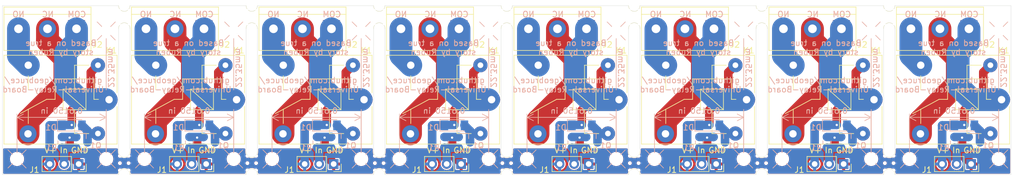
<source format=kicad_pcb>
(kicad_pcb (version 20171130) (host pcbnew 5.1.5-52549c5~86~ubuntu19.10.1)
  (layers (0 F.Cu signal) (31 B.Cu signal hide) (34 B.Paste user) (35 F.Paste user hide) (36 B.SilkS user) (37 F.SilkS user hide) (38 B.Mask user) (39 F.Mask user hide) (44 Edge.Cuts user))
  (net 0 "")
  (net 1 VDD)
  (net 2 GND)
  (net 3 "Net-(J1-Pad2)")
  (net 4 /CH1/Relay_Magnet_B)
  (net 5 /CH1/COM)
  (net 6 /CH1/NO)
  (net 7 /CH1/NC)
  (module Panelization:mouse-bite-2mm-slot (layer F.Cu) (at 41.71696 103.96982 270)
    (fp_text reference mouse-bite-2mm-slot hide)
    (fp_text value VAL** hide)
    (pad "" np_thru_hole circle (at -1.27 0.762 270) (size 0.3 0.3) (drill 0.3) (layers *.Cu *.Mask))
    (pad "" np_thru_hole circle (at 1.27 0.762 270) (size 0.3 0.3) (drill 0.3) (layers *.Cu *.Mask))
    (pad "" np_thru_hole circle (at -1.27 -0.762 270) (size 0.3 0.3) (drill 0.3) (layers *.Cu *.Mask))
    (pad "" np_thru_hole circle (at 1.27 -0.762 270) (size 0.3 0.3) (drill 0.3) (layers *.Cu *.Mask))
    (pad "" np_thru_hole circle (at 0 0.762 270) (size 0.3 0.3) (drill 0.3) (layers *.Cu *.Mask))
    (pad "" np_thru_hole circle (at 0 -0.762 270) (size 0.3 0.3) (drill 0.3) (layers *.Cu *.Mask))
  )
  (module Panelization:mouse-bite-2mm-slot (layer F.Cu) (at 175.70204 78.31836 90)
    (fp_text reference mouse-bite-2mm-slot hide)
    (fp_text value VAL** hide)
    (pad "" np_thru_hole circle (at -1.27 0.762 90) (size 0.3 0.3) (drill 0.3) (layers *.Cu *.Mask))
    (pad "" np_thru_hole circle (at 1.27 0.762 90) (size 0.3 0.3) (drill 0.3) (layers *.Cu *.Mask))
    (pad "" np_thru_hole circle (at -1.27 -0.762 90) (size 0.3 0.3) (drill 0.3) (layers *.Cu *.Mask))
    (pad "" np_thru_hole circle (at 1.27 -0.762 90) (size 0.3 0.3) (drill 0.3) (layers *.Cu *.Mask))
    (pad "" np_thru_hole circle (at 0 0.762 90) (size 0.3 0.3) (drill 0.3) (layers *.Cu *.Mask))
    (pad "" np_thru_hole circle (at 0 -0.762 90) (size 0.3 0.3) (drill 0.3) (layers *.Cu *.Mask))
  )
  (module Panelization:mouse-bite-2mm-slot (layer F.Cu) (at 153.37204 78.31836 90)
    (fp_text reference mouse-bite-2mm-slot hide)
    (fp_text value VAL** hide)
    (pad "" np_thru_hole circle (at -1.27 0.762 90) (size 0.3 0.3) (drill 0.3) (layers *.Cu *.Mask))
    (pad "" np_thru_hole circle (at 1.27 0.762 90) (size 0.3 0.3) (drill 0.3) (layers *.Cu *.Mask))
    (pad "" np_thru_hole circle (at -1.27 -0.762 90) (size 0.3 0.3) (drill 0.3) (layers *.Cu *.Mask))
    (pad "" np_thru_hole circle (at 1.27 -0.762 90) (size 0.3 0.3) (drill 0.3) (layers *.Cu *.Mask))
    (pad "" np_thru_hole circle (at 0 0.762 90) (size 0.3 0.3) (drill 0.3) (layers *.Cu *.Mask))
    (pad "" np_thru_hole circle (at 0 -0.762 90) (size 0.3 0.3) (drill 0.3) (layers *.Cu *.Mask))
  )
  (module Panelization:mouse-bite-2mm-slot (layer F.Cu) (at 131.04204 78.31836 90)
    (fp_text reference mouse-bite-2mm-slot hide)
    (fp_text value VAL** hide)
    (pad "" np_thru_hole circle (at -1.27 0.762 90) (size 0.3 0.3) (drill 0.3) (layers *.Cu *.Mask))
    (pad "" np_thru_hole circle (at 1.27 0.762 90) (size 0.3 0.3) (drill 0.3) (layers *.Cu *.Mask))
    (pad "" np_thru_hole circle (at -1.27 -0.762 90) (size 0.3 0.3) (drill 0.3) (layers *.Cu *.Mask))
    (pad "" np_thru_hole circle (at 1.27 -0.762 90) (size 0.3 0.3) (drill 0.3) (layers *.Cu *.Mask))
    (pad "" np_thru_hole circle (at 0 0.762 90) (size 0.3 0.3) (drill 0.3) (layers *.Cu *.Mask))
    (pad "" np_thru_hole circle (at 0 -0.762 90) (size 0.3 0.3) (drill 0.3) (layers *.Cu *.Mask))
  )
  (module Panelization:mouse-bite-2mm-slot (layer F.Cu) (at 108.71204 78.31836 90)
    (fp_text reference mouse-bite-2mm-slot hide)
    (fp_text value VAL** hide)
    (pad "" np_thru_hole circle (at -1.27 0.762 90) (size 0.3 0.3) (drill 0.3) (layers *.Cu *.Mask))
    (pad "" np_thru_hole circle (at 1.27 0.762 90) (size 0.3 0.3) (drill 0.3) (layers *.Cu *.Mask))
    (pad "" np_thru_hole circle (at -1.27 -0.762 90) (size 0.3 0.3) (drill 0.3) (layers *.Cu *.Mask))
    (pad "" np_thru_hole circle (at 1.27 -0.762 90) (size 0.3 0.3) (drill 0.3) (layers *.Cu *.Mask))
    (pad "" np_thru_hole circle (at 0 0.762 90) (size 0.3 0.3) (drill 0.3) (layers *.Cu *.Mask))
    (pad "" np_thru_hole circle (at 0 -0.762 90) (size 0.3 0.3) (drill 0.3) (layers *.Cu *.Mask))
  )
  (module Panelization:mouse-bite-2mm-slot (layer F.Cu) (at 86.38204 78.31836 90)
    (fp_text reference mouse-bite-2mm-slot hide)
    (fp_text value VAL** hide)
    (pad "" np_thru_hole circle (at -1.27 0.762 90) (size 0.3 0.3) (drill 0.3) (layers *.Cu *.Mask))
    (pad "" np_thru_hole circle (at 1.27 0.762 90) (size 0.3 0.3) (drill 0.3) (layers *.Cu *.Mask))
    (pad "" np_thru_hole circle (at -1.27 -0.762 90) (size 0.3 0.3) (drill 0.3) (layers *.Cu *.Mask))
    (pad "" np_thru_hole circle (at 1.27 -0.762 90) (size 0.3 0.3) (drill 0.3) (layers *.Cu *.Mask))
    (pad "" np_thru_hole circle (at 0 0.762 90) (size 0.3 0.3) (drill 0.3) (layers *.Cu *.Mask))
    (pad "" np_thru_hole circle (at 0 -0.762 90) (size 0.3 0.3) (drill 0.3) (layers *.Cu *.Mask))
  )
  (module Panelization:mouse-bite-2mm-slot (layer F.Cu) (at 64.05204 78.31836 90)
    (fp_text reference mouse-bite-2mm-slot hide)
    (fp_text value VAL** hide)
    (pad "" np_thru_hole circle (at -1.27 0.762 90) (size 0.3 0.3) (drill 0.3) (layers *.Cu *.Mask))
    (pad "" np_thru_hole circle (at 1.27 0.762 90) (size 0.3 0.3) (drill 0.3) (layers *.Cu *.Mask))
    (pad "" np_thru_hole circle (at -1.27 -0.762 90) (size 0.3 0.3) (drill 0.3) (layers *.Cu *.Mask))
    (pad "" np_thru_hole circle (at 1.27 -0.762 90) (size 0.3 0.3) (drill 0.3) (layers *.Cu *.Mask))
    (pad "" np_thru_hole circle (at 0 0.762 90) (size 0.3 0.3) (drill 0.3) (layers *.Cu *.Mask))
    (pad "" np_thru_hole circle (at 0 -0.762 90) (size 0.3 0.3) (drill 0.3) (layers *.Cu *.Mask))
  )
  (module Panelization:mouse-bite-2mm-slot (layer F.Cu) (at 41.72204 78.31836 90)
    (fp_text reference mouse-bite-2mm-slot hide)
    (fp_text value VAL** hide)
    (pad "" np_thru_hole circle (at -1.27 0.762 90) (size 0.3 0.3) (drill 0.3) (layers *.Cu *.Mask))
    (pad "" np_thru_hole circle (at 1.27 0.762 90) (size 0.3 0.3) (drill 0.3) (layers *.Cu *.Mask))
    (pad "" np_thru_hole circle (at -1.27 -0.762 90) (size 0.3 0.3) (drill 0.3) (layers *.Cu *.Mask))
    (pad "" np_thru_hole circle (at 1.27 -0.762 90) (size 0.3 0.3) (drill 0.3) (layers *.Cu *.Mask))
    (pad "" np_thru_hole circle (at 0 0.762 90) (size 0.3 0.3) (drill 0.3) (layers *.Cu *.Mask))
    (pad "" np_thru_hole circle (at 0 -0.762 90) (size 0.3 0.3) (drill 0.3) (layers *.Cu *.Mask))
  )
  (module Panelization:mouse-bite-2mm-slot (layer F.Cu) (at 175.69696 103.96982 270)
    (fp_text reference mouse-bite-2mm-slot hide)
    (fp_text value VAL** hide)
    (pad "" np_thru_hole circle (at -1.27 0.762 270) (size 0.3 0.3) (drill 0.3) (layers *.Cu *.Mask))
    (pad "" np_thru_hole circle (at 1.27 0.762 270) (size 0.3 0.3) (drill 0.3) (layers *.Cu *.Mask))
    (pad "" np_thru_hole circle (at -1.27 -0.762 270) (size 0.3 0.3) (drill 0.3) (layers *.Cu *.Mask))
    (pad "" np_thru_hole circle (at 1.27 -0.762 270) (size 0.3 0.3) (drill 0.3) (layers *.Cu *.Mask))
    (pad "" np_thru_hole circle (at 0 0.762 270) (size 0.3 0.3) (drill 0.3) (layers *.Cu *.Mask))
    (pad "" np_thru_hole circle (at 0 -0.762 270) (size 0.3 0.3) (drill 0.3) (layers *.Cu *.Mask))
  )
  (module Panelization:mouse-bite-2mm-slot (layer F.Cu) (at 153.36696 103.96982 270)
    (fp_text reference mouse-bite-2mm-slot hide)
    (fp_text value VAL** hide)
    (pad "" np_thru_hole circle (at -1.27 0.762 270) (size 0.3 0.3) (drill 0.3) (layers *.Cu *.Mask))
    (pad "" np_thru_hole circle (at 1.27 0.762 270) (size 0.3 0.3) (drill 0.3) (layers *.Cu *.Mask))
    (pad "" np_thru_hole circle (at -1.27 -0.762 270) (size 0.3 0.3) (drill 0.3) (layers *.Cu *.Mask))
    (pad "" np_thru_hole circle (at 1.27 -0.762 270) (size 0.3 0.3) (drill 0.3) (layers *.Cu *.Mask))
    (pad "" np_thru_hole circle (at 0 0.762 270) (size 0.3 0.3) (drill 0.3) (layers *.Cu *.Mask))
    (pad "" np_thru_hole circle (at 0 -0.762 270) (size 0.3 0.3) (drill 0.3) (layers *.Cu *.Mask))
  )
  (module Panelization:mouse-bite-2mm-slot (layer F.Cu) (at 131.03696 103.96982 270)
    (fp_text reference mouse-bite-2mm-slot hide)
    (fp_text value VAL** hide)
    (pad "" np_thru_hole circle (at -1.27 0.762 270) (size 0.3 0.3) (drill 0.3) (layers *.Cu *.Mask))
    (pad "" np_thru_hole circle (at 1.27 0.762 270) (size 0.3 0.3) (drill 0.3) (layers *.Cu *.Mask))
    (pad "" np_thru_hole circle (at -1.27 -0.762 270) (size 0.3 0.3) (drill 0.3) (layers *.Cu *.Mask))
    (pad "" np_thru_hole circle (at 1.27 -0.762 270) (size 0.3 0.3) (drill 0.3) (layers *.Cu *.Mask))
    (pad "" np_thru_hole circle (at 0 0.762 270) (size 0.3 0.3) (drill 0.3) (layers *.Cu *.Mask))
    (pad "" np_thru_hole circle (at 0 -0.762 270) (size 0.3 0.3) (drill 0.3) (layers *.Cu *.Mask))
  )
  (module Panelization:mouse-bite-2mm-slot (layer F.Cu) (at 108.70696 103.96982 270)
    (fp_text reference mouse-bite-2mm-slot hide)
    (fp_text value VAL** hide)
    (pad "" np_thru_hole circle (at -1.27 0.762 270) (size 0.3 0.3) (drill 0.3) (layers *.Cu *.Mask))
    (pad "" np_thru_hole circle (at 1.27 0.762 270) (size 0.3 0.3) (drill 0.3) (layers *.Cu *.Mask))
    (pad "" np_thru_hole circle (at -1.27 -0.762 270) (size 0.3 0.3) (drill 0.3) (layers *.Cu *.Mask))
    (pad "" np_thru_hole circle (at 1.27 -0.762 270) (size 0.3 0.3) (drill 0.3) (layers *.Cu *.Mask))
    (pad "" np_thru_hole circle (at 0 0.762 270) (size 0.3 0.3) (drill 0.3) (layers *.Cu *.Mask))
    (pad "" np_thru_hole circle (at 0 -0.762 270) (size 0.3 0.3) (drill 0.3) (layers *.Cu *.Mask))
  )
  (module Panelization:mouse-bite-2mm-slot (layer F.Cu) (at 86.37696 103.96982 270)
    (fp_text reference mouse-bite-2mm-slot hide)
    (fp_text value VAL** hide)
    (pad "" np_thru_hole circle (at -1.27 0.762 270) (size 0.3 0.3) (drill 0.3) (layers *.Cu *.Mask))
    (pad "" np_thru_hole circle (at 1.27 0.762 270) (size 0.3 0.3) (drill 0.3) (layers *.Cu *.Mask))
    (pad "" np_thru_hole circle (at -1.27 -0.762 270) (size 0.3 0.3) (drill 0.3) (layers *.Cu *.Mask))
    (pad "" np_thru_hole circle (at 1.27 -0.762 270) (size 0.3 0.3) (drill 0.3) (layers *.Cu *.Mask))
    (pad "" np_thru_hole circle (at 0 0.762 270) (size 0.3 0.3) (drill 0.3) (layers *.Cu *.Mask))
    (pad "" np_thru_hole circle (at 0 -0.762 270) (size 0.3 0.3) (drill 0.3) (layers *.Cu *.Mask))
  )
  (module Panelization:mouse-bite-2mm-slot (layer F.Cu) (at 64.04696 103.96982 270)
    (fp_text reference mouse-bite-2mm-slot hide)
    (fp_text value VAL** hide)
    (pad "" np_thru_hole circle (at -1.27 0.762 270) (size 0.3 0.3) (drill 0.3) (layers *.Cu *.Mask))
    (pad "" np_thru_hole circle (at 1.27 0.762 270) (size 0.3 0.3) (drill 0.3) (layers *.Cu *.Mask))
    (pad "" np_thru_hole circle (at -1.27 -0.762 270) (size 0.3 0.3) (drill 0.3) (layers *.Cu *.Mask))
    (pad "" np_thru_hole circle (at 1.27 -0.762 270) (size 0.3 0.3) (drill 0.3) (layers *.Cu *.Mask))
    (pad "" np_thru_hole circle (at 0 0.762 270) (size 0.3 0.3) (drill 0.3) (layers *.Cu *.Mask))
    (pad "" np_thru_hole circle (at 0 -0.762 270) (size 0.3 0.3) (drill 0.3) (layers *.Cu *.Mask))
  )
  (module MountingHole:MountingHole_2.1mm (layer F.Cu) (at 194.86974 103.23576)
    (fp_text reference H3 hide)
    (fp_text value MountingHole)
    (pad "" np_thru_hole circle (at 0 0) (size 2.1 2.1) (drill 2.1) (layers *.Cu *.Mask))
  )
  (module MountingHole:MountingHole_2.1mm (layer F.Cu) (at 172.53974 103.23576)
    (fp_text reference H3 hide)
    (fp_text value MountingHole)
    (pad "" np_thru_hole circle (at 0 0) (size 2.1 2.1) (drill 2.1) (layers *.Cu *.Mask))
  )
  (module MountingHole:MountingHole_2.1mm (layer F.Cu) (at 150.20974 103.23576)
    (fp_text reference H3 hide)
    (fp_text value MountingHole)
    (pad "" np_thru_hole circle (at 0 0) (size 2.1 2.1) (drill 2.1) (layers *.Cu *.Mask))
  )
  (module MountingHole:MountingHole_2.1mm (layer F.Cu) (at 127.87974 103.23576)
    (fp_text reference H3 hide)
    (fp_text value MountingHole)
    (pad "" np_thru_hole circle (at 0 0) (size 2.1 2.1) (drill 2.1) (layers *.Cu *.Mask))
  )
  (module MountingHole:MountingHole_2.1mm (layer F.Cu) (at 105.54974 103.23576)
    (fp_text reference H3 hide)
    (fp_text value MountingHole)
    (pad "" np_thru_hole circle (at 0 0) (size 2.1 2.1) (drill 2.1) (layers *.Cu *.Mask))
  )
  (module MountingHole:MountingHole_2.1mm (layer F.Cu) (at 83.21974 103.23576)
    (fp_text reference H3 hide)
    (fp_text value MountingHole)
    (pad "" np_thru_hole circle (at 0 0) (size 2.1 2.1) (drill 2.1) (layers *.Cu *.Mask))
  )
  (module MountingHole:MountingHole_2.1mm (layer F.Cu) (at 60.88974 103.23576)
    (fp_text reference H3 hide)
    (fp_text value MountingHole)
    (pad "" np_thru_hole circle (at 0 0) (size 2.1 2.1) (drill 2.1) (layers *.Cu *.Mask))
  )
  (module Resistor_SMD:R_0805_2012Metric (layer B.Cu) (at 187.12274 100.31476 90)
    (fp_text reference R1 (at -0.9525 -1.8415) (layer B.SilkS) (effects (justify mirror)))
    (fp_text value 10K)
    (pad 2 smd roundrect (at 0.9375 0 90) (size 0.975 1.4) (layers B.Cu B.Paste B.Mask) (net 2 GND))
    (pad 1 smd roundrect (at -0.9375 0 90) (size 0.975 1.4) (layers B.Cu B.Paste B.Mask) (net 3 "Net-(J1-Pad2)"))
  )
  (module Resistor_SMD:R_0805_2012Metric (layer B.Cu) (at 164.79274 100.31476 90)
    (fp_text reference R1 (at -0.9525 -1.8415) (layer B.SilkS) (effects (justify mirror)))
    (fp_text value 10K)
    (pad 2 smd roundrect (at 0.9375 0 90) (size 0.975 1.4) (layers B.Cu B.Paste B.Mask) (net 2 GND))
    (pad 1 smd roundrect (at -0.9375 0 90) (size 0.975 1.4) (layers B.Cu B.Paste B.Mask) (net 3 "Net-(J1-Pad2)"))
  )
  (module Resistor_SMD:R_0805_2012Metric (layer B.Cu) (at 142.46274 100.31476 90)
    (fp_text reference R1 (at -0.9525 -1.8415) (layer B.SilkS) (effects (justify mirror)))
    (fp_text value 10K)
    (pad 2 smd roundrect (at 0.9375 0 90) (size 0.975 1.4) (layers B.Cu B.Paste B.Mask) (net 2 GND))
    (pad 1 smd roundrect (at -0.9375 0 90) (size 0.975 1.4) (layers B.Cu B.Paste B.Mask) (net 3 "Net-(J1-Pad2)"))
  )
  (module Resistor_SMD:R_0805_2012Metric (layer B.Cu) (at 120.13274 100.31476 90)
    (fp_text reference R1 (at -0.9525 -1.8415) (layer B.SilkS) (effects (justify mirror)))
    (fp_text value 10K)
    (pad 2 smd roundrect (at 0.9375 0 90) (size 0.975 1.4) (layers B.Cu B.Paste B.Mask) (net 2 GND))
    (pad 1 smd roundrect (at -0.9375 0 90) (size 0.975 1.4) (layers B.Cu B.Paste B.Mask) (net 3 "Net-(J1-Pad2)"))
  )
  (module Resistor_SMD:R_0805_2012Metric (layer B.Cu) (at 97.80274 100.31476 90)
    (fp_text reference R1 (at -0.9525 -1.8415) (layer B.SilkS) (effects (justify mirror)))
    (fp_text value 10K)
    (pad 2 smd roundrect (at 0.9375 0 90) (size 0.975 1.4) (layers B.Cu B.Paste B.Mask) (net 2 GND))
    (pad 1 smd roundrect (at -0.9375 0 90) (size 0.975 1.4) (layers B.Cu B.Paste B.Mask) (net 3 "Net-(J1-Pad2)"))
  )
  (module Resistor_SMD:R_0805_2012Metric (layer B.Cu) (at 75.47274 100.31476 90)
    (fp_text reference R1 (at -0.9525 -1.8415) (layer B.SilkS) (effects (justify mirror)))
    (fp_text value 10K)
    (pad 2 smd roundrect (at 0.9375 0 90) (size 0.975 1.4) (layers B.Cu B.Paste B.Mask) (net 2 GND))
    (pad 1 smd roundrect (at -0.9375 0 90) (size 0.975 1.4) (layers B.Cu B.Paste B.Mask) (net 3 "Net-(J1-Pad2)"))
  )
  (module Resistor_SMD:R_0805_2012Metric (layer B.Cu) (at 53.14274 100.31476 90)
    (fp_text reference R1 (at -0.9525 -1.8415) (layer B.SilkS) (effects (justify mirror)))
    (fp_text value 10K)
    (pad 2 smd roundrect (at 0.9375 0 90) (size 0.975 1.4) (layers B.Cu B.Paste B.Mask) (net 2 GND))
    (pad 1 smd roundrect (at -0.9375 0 90) (size 0.975 1.4) (layers B.Cu B.Paste B.Mask) (net 3 "Net-(J1-Pad2)"))
  )
  (module Diode_SMD:D_MiniMELF (layer B.Cu) (at 188.87274 97.33026)
    (fp_text reference D1 (at -3.683 0.381) (layer B.SilkS) (effects (justify mirror)))
    (fp_text value D_ALT)
    (pad 1 smd rect (at -1.75 0) (size 1.3 1.7) (layers B.Cu B.Paste B.Mask) (net 1 VDD))
    (pad 2 smd rect (at 1.75 0) (size 1.3 1.7) (layers B.Cu B.Paste B.Mask) (net 4 /CH1/Relay_Magnet_B))
  )
  (module Diode_SMD:D_MiniMELF (layer B.Cu) (at 166.54274 97.33026)
    (fp_text reference D1 (at -3.683 0.381) (layer B.SilkS) (effects (justify mirror)))
    (fp_text value D_ALT)
    (pad 1 smd rect (at -1.75 0) (size 1.3 1.7) (layers B.Cu B.Paste B.Mask) (net 1 VDD))
    (pad 2 smd rect (at 1.75 0) (size 1.3 1.7) (layers B.Cu B.Paste B.Mask) (net 4 /CH1/Relay_Magnet_B))
  )
  (module Diode_SMD:D_MiniMELF (layer B.Cu) (at 144.21274 97.33026)
    (fp_text reference D1 (at -3.683 0.381) (layer B.SilkS) (effects (justify mirror)))
    (fp_text value D_ALT)
    (pad 1 smd rect (at -1.75 0) (size 1.3 1.7) (layers B.Cu B.Paste B.Mask) (net 1 VDD))
    (pad 2 smd rect (at 1.75 0) (size 1.3 1.7) (layers B.Cu B.Paste B.Mask) (net 4 /CH1/Relay_Magnet_B))
  )
  (module Diode_SMD:D_MiniMELF (layer B.Cu) (at 121.88274 97.33026)
    (fp_text reference D1 (at -3.683 0.381) (layer B.SilkS) (effects (justify mirror)))
    (fp_text value D_ALT)
    (pad 1 smd rect (at -1.75 0) (size 1.3 1.7) (layers B.Cu B.Paste B.Mask) (net 1 VDD))
    (pad 2 smd rect (at 1.75 0) (size 1.3 1.7) (layers B.Cu B.Paste B.Mask) (net 4 /CH1/Relay_Magnet_B))
  )
  (module Diode_SMD:D_MiniMELF (layer B.Cu) (at 99.55274 97.33026)
    (fp_text reference D1 (at -3.683 0.381) (layer B.SilkS) (effects (justify mirror)))
    (fp_text value D_ALT)
    (pad 1 smd rect (at -1.75 0) (size 1.3 1.7) (layers B.Cu B.Paste B.Mask) (net 1 VDD))
    (pad 2 smd rect (at 1.75 0) (size 1.3 1.7) (layers B.Cu B.Paste B.Mask) (net 4 /CH1/Relay_Magnet_B))
  )
  (module Diode_SMD:D_MiniMELF (layer B.Cu) (at 77.22274 97.33026)
    (fp_text reference D1 (at -3.683 0.381) (layer B.SilkS) (effects (justify mirror)))
    (fp_text value D_ALT)
    (pad 1 smd rect (at -1.75 0) (size 1.3 1.7) (layers B.Cu B.Paste B.Mask) (net 1 VDD))
    (pad 2 smd rect (at 1.75 0) (size 1.3 1.7) (layers B.Cu B.Paste B.Mask) (net 4 /CH1/Relay_Magnet_B))
  )
  (module Diode_SMD:D_MiniMELF (layer B.Cu) (at 54.89274 97.33026)
    (fp_text reference D1 (at -3.683 0.381) (layer B.SilkS) (effects (justify mirror)))
    (fp_text value D_ALT)
    (pad 1 smd rect (at -1.75 0) (size 1.3 1.7) (layers B.Cu B.Paste B.Mask) (net 1 VDD))
    (pad 2 smd rect (at 1.75 0) (size 1.3 1.7) (layers B.Cu B.Paste B.Mask) (net 4 /CH1/Relay_Magnet_B))
  )
  (module MountingHole:MountingHole_2.1mm (layer F.Cu) (at 194.86974 80.75676)
    (fp_text reference H2 hide)
    (fp_text value MountingHole)
    (pad "" np_thru_hole circle (at 0 0) (size 2.1 2.1) (drill 2.1) (layers *.Cu *.Mask))
  )
  (module MountingHole:MountingHole_2.1mm (layer F.Cu) (at 172.53974 80.75676)
    (fp_text reference H2 hide)
    (fp_text value MountingHole)
    (pad "" np_thru_hole circle (at 0 0) (size 2.1 2.1) (drill 2.1) (layers *.Cu *.Mask))
  )
  (module MountingHole:MountingHole_2.1mm (layer F.Cu) (at 150.20974 80.75676)
    (fp_text reference H2 hide)
    (fp_text value MountingHole)
    (pad "" np_thru_hole circle (at 0 0) (size 2.1 2.1) (drill 2.1) (layers *.Cu *.Mask))
  )
  (module MountingHole:MountingHole_2.1mm (layer F.Cu) (at 127.87974 80.75676)
    (fp_text reference H2 hide)
    (fp_text value MountingHole)
    (pad "" np_thru_hole circle (at 0 0) (size 2.1 2.1) (drill 2.1) (layers *.Cu *.Mask))
  )
  (module MountingHole:MountingHole_2.1mm (layer F.Cu) (at 105.54974 80.75676)
    (fp_text reference H2 hide)
    (fp_text value MountingHole)
    (pad "" np_thru_hole circle (at 0 0) (size 2.1 2.1) (drill 2.1) (layers *.Cu *.Mask))
  )
  (module MountingHole:MountingHole_2.1mm (layer F.Cu) (at 83.21974 80.75676)
    (fp_text reference H2 hide)
    (fp_text value MountingHole)
    (pad "" np_thru_hole circle (at 0 0) (size 2.1 2.1) (drill 2.1) (layers *.Cu *.Mask))
  )
  (module MountingHole:MountingHole_2.1mm (layer F.Cu) (at 60.88974 80.75676)
    (fp_text reference H2 hide)
    (fp_text value MountingHole)
    (pad "" np_thru_hole circle (at 0 0) (size 2.1 2.1) (drill 2.1) (layers *.Cu *.Mask))
  )
  (module Universal-Relay-Board:Relay_SPDT_SANYOU_SRD_Series_Form_C (layer F.Cu) (at 195.36874 92.82176 180)
    (fp_text reference K1 (at -0.39 8.636) (layer F.SilkS))
    (fp_text value SRD-XXVDC-SL-C)
    (pad 1 thru_hole circle (at 0 0 270) (size 3 3) (drill 1.3) (layers *.Cu *.Mask) (net 5 /CH1/COM))
    (pad 5 thru_hole circle (at 1.95 -5.95 270) (size 2.5 2.5) (drill 1) (layers *.Cu *.Mask) (net 4 /CH1/Relay_Magnet_B))
    (pad 4 thru_hole circle (at 14.2 -6 270) (size 3 3) (drill 1.3) (layers *.Cu *.Mask) (net 7 /CH1/NC))
    (pad 3 thru_hole circle (at 14.15 6.05 270) (size 3 3) (drill 1.3) (layers *.Cu *.Mask) (net 6 /CH1/NO))
    (pad 2 thru_hole circle (at 1.95 6.05 270) (size 2.5 2.5) (drill 1) (layers *.Cu *.Mask) (net 1 VDD))
  )
  (module Universal-Relay-Board:Relay_SPDT_SANYOU_SRD_Series_Form_C (layer F.Cu) (at 173.03874 92.82176 180)
    (fp_text reference K1 (at -0.39 8.636) (layer F.SilkS))
    (fp_text value SRD-XXVDC-SL-C)
    (pad 1 thru_hole circle (at 0 0 270) (size 3 3) (drill 1.3) (layers *.Cu *.Mask) (net 5 /CH1/COM))
    (pad 5 thru_hole circle (at 1.95 -5.95 270) (size 2.5 2.5) (drill 1) (layers *.Cu *.Mask) (net 4 /CH1/Relay_Magnet_B))
    (pad 4 thru_hole circle (at 14.2 -6 270) (size 3 3) (drill 1.3) (layers *.Cu *.Mask) (net 7 /CH1/NC))
    (pad 3 thru_hole circle (at 14.15 6.05 270) (size 3 3) (drill 1.3) (layers *.Cu *.Mask) (net 6 /CH1/NO))
    (pad 2 thru_hole circle (at 1.95 6.05 270) (size 2.5 2.5) (drill 1) (layers *.Cu *.Mask) (net 1 VDD))
  )
  (module Universal-Relay-Board:Relay_SPDT_SANYOU_SRD_Series_Form_C (layer F.Cu) (at 150.70874 92.82176 180)
    (fp_text reference K1 (at -0.39 8.636) (layer F.SilkS))
    (fp_text value SRD-XXVDC-SL-C)
    (pad 1 thru_hole circle (at 0 0 270) (size 3 3) (drill 1.3) (layers *.Cu *.Mask) (net 5 /CH1/COM))
    (pad 5 thru_hole circle (at 1.95 -5.95 270) (size 2.5 2.5) (drill 1) (layers *.Cu *.Mask) (net 4 /CH1/Relay_Magnet_B))
    (pad 4 thru_hole circle (at 14.2 -6 270) (size 3 3) (drill 1.3) (layers *.Cu *.Mask) (net 7 /CH1/NC))
    (pad 3 thru_hole circle (at 14.15 6.05 270) (size 3 3) (drill 1.3) (layers *.Cu *.Mask) (net 6 /CH1/NO))
    (pad 2 thru_hole circle (at 1.95 6.05 270) (size 2.5 2.5) (drill 1) (layers *.Cu *.Mask) (net 1 VDD))
  )
  (module Universal-Relay-Board:Relay_SPDT_SANYOU_SRD_Series_Form_C (layer F.Cu) (at 128.37874 92.82176 180)
    (fp_text reference K1 (at -0.39 8.636) (layer F.SilkS))
    (fp_text value SRD-XXVDC-SL-C)
    (pad 1 thru_hole circle (at 0 0 270) (size 3 3) (drill 1.3) (layers *.Cu *.Mask) (net 5 /CH1/COM))
    (pad 5 thru_hole circle (at 1.95 -5.95 270) (size 2.5 2.5) (drill 1) (layers *.Cu *.Mask) (net 4 /CH1/Relay_Magnet_B))
    (pad 4 thru_hole circle (at 14.2 -6 270) (size 3 3) (drill 1.3) (layers *.Cu *.Mask) (net 7 /CH1/NC))
    (pad 3 thru_hole circle (at 14.15 6.05 270) (size 3 3) (drill 1.3) (layers *.Cu *.Mask) (net 6 /CH1/NO))
    (pad 2 thru_hole circle (at 1.95 6.05 270) (size 2.5 2.5) (drill 1) (layers *.Cu *.Mask) (net 1 VDD))
  )
  (module Universal-Relay-Board:Relay_SPDT_SANYOU_SRD_Series_Form_C (layer F.Cu) (at 106.04874 92.82176 180)
    (fp_text reference K1 (at -0.39 8.636) (layer F.SilkS))
    (fp_text value SRD-XXVDC-SL-C)
    (pad 1 thru_hole circle (at 0 0 270) (size 3 3) (drill 1.3) (layers *.Cu *.Mask) (net 5 /CH1/COM))
    (pad 5 thru_hole circle (at 1.95 -5.95 270) (size 2.5 2.5) (drill 1) (layers *.Cu *.Mask) (net 4 /CH1/Relay_Magnet_B))
    (pad 4 thru_hole circle (at 14.2 -6 270) (size 3 3) (drill 1.3) (layers *.Cu *.Mask) (net 7 /CH1/NC))
    (pad 3 thru_hole circle (at 14.15 6.05 270) (size 3 3) (drill 1.3) (layers *.Cu *.Mask) (net 6 /CH1/NO))
    (pad 2 thru_hole circle (at 1.95 6.05 270) (size 2.5 2.5) (drill 1) (layers *.Cu *.Mask) (net 1 VDD))
  )
  (module Universal-Relay-Board:Relay_SPDT_SANYOU_SRD_Series_Form_C (layer F.Cu) (at 83.71874 92.82176 180)
    (fp_text reference K1 (at -0.39 8.636) (layer F.SilkS))
    (fp_text value SRD-XXVDC-SL-C)
    (pad 1 thru_hole circle (at 0 0 270) (size 3 3) (drill 1.3) (layers *.Cu *.Mask) (net 5 /CH1/COM))
    (pad 5 thru_hole circle (at 1.95 -5.95 270) (size 2.5 2.5) (drill 1) (layers *.Cu *.Mask) (net 4 /CH1/Relay_Magnet_B))
    (pad 4 thru_hole circle (at 14.2 -6 270) (size 3 3) (drill 1.3) (layers *.Cu *.Mask) (net 7 /CH1/NC))
    (pad 3 thru_hole circle (at 14.15 6.05 270) (size 3 3) (drill 1.3) (layers *.Cu *.Mask) (net 6 /CH1/NO))
    (pad 2 thru_hole circle (at 1.95 6.05 270) (size 2.5 2.5) (drill 1) (layers *.Cu *.Mask) (net 1 VDD))
  )
  (module Universal-Relay-Board:Relay_SPDT_SANYOU_SRD_Series_Form_C (layer F.Cu) (at 61.38874 92.82176 180)
    (fp_text reference K1 (at -0.39 8.636) (layer F.SilkS))
    (fp_text value SRD-XXVDC-SL-C)
    (pad 1 thru_hole circle (at 0 0 270) (size 3 3) (drill 1.3) (layers *.Cu *.Mask) (net 5 /CH1/COM))
    (pad 5 thru_hole circle (at 1.95 -5.95 270) (size 2.5 2.5) (drill 1) (layers *.Cu *.Mask) (net 4 /CH1/Relay_Magnet_B))
    (pad 4 thru_hole circle (at 14.2 -6 270) (size 3 3) (drill 1.3) (layers *.Cu *.Mask) (net 7 /CH1/NC))
    (pad 3 thru_hole circle (at 14.15 6.05 270) (size 3 3) (drill 1.3) (layers *.Cu *.Mask) (net 6 /CH1/NO))
    (pad 2 thru_hole circle (at 1.95 6.05 270) (size 2.5 2.5) (drill 1) (layers *.Cu *.Mask) (net 1 VDD))
  )
  (module MountingHole:MountingHole_2.1mm (layer F.Cu) (at 179.24874 103.23576)
    (fp_text reference H1 hide)
    (fp_text value MountingHole)
    (pad "" np_thru_hole circle (at 0 0) (size 2.1 2.1) (drill 2.1) (layers *.Cu *.Mask))
  )
  (module MountingHole:MountingHole_2.1mm (layer F.Cu) (at 156.91874 103.23576)
    (fp_text reference H1 hide)
    (fp_text value MountingHole)
    (pad "" np_thru_hole circle (at 0 0) (size 2.1 2.1) (drill 2.1) (layers *.Cu *.Mask))
  )
  (module MountingHole:MountingHole_2.1mm (layer F.Cu) (at 134.58874 103.23576)
    (fp_text reference H1 hide)
    (fp_text value MountingHole)
    (pad "" np_thru_hole circle (at 0 0) (size 2.1 2.1) (drill 2.1) (layers *.Cu *.Mask))
  )
  (module MountingHole:MountingHole_2.1mm (layer F.Cu) (at 112.25874 103.23576)
    (fp_text reference H1 hide)
    (fp_text value MountingHole)
    (pad "" np_thru_hole circle (at 0 0) (size 2.1 2.1) (drill 2.1) (layers *.Cu *.Mask))
  )
  (module MountingHole:MountingHole_2.1mm (layer F.Cu) (at 89.92874 103.23576)
    (fp_text reference H1 hide)
    (fp_text value MountingHole)
    (pad "" np_thru_hole circle (at 0 0) (size 2.1 2.1) (drill 2.1) (layers *.Cu *.Mask))
  )
  (module MountingHole:MountingHole_2.1mm (layer F.Cu) (at 67.59874 103.23576)
    (fp_text reference H1 hide)
    (fp_text value MountingHole)
    (pad "" np_thru_hole circle (at 0 0) (size 2.1 2.1) (drill 2.1) (layers *.Cu *.Mask))
  )
  (module MountingHole:MountingHole_2.1mm (layer F.Cu) (at 45.26874 103.23576)
    (fp_text reference H1 hide)
    (fp_text value MountingHole)
    (pad "" np_thru_hole circle (at 0 0) (size 2.1 2.1) (drill 2.1) (layers *.Cu *.Mask))
  )
  (module Connector_PinSocket_2.54mm:PinSocket_1x03_P2.54mm_Vertical (layer F.Cu) (at 190.04374 104.12476 270)
    (fp_text reference J1 (at 1.016 7.747 180) (layer F.SilkS))
    (fp_text value Conn_01x03_Male)
    (pad 3 thru_hole oval (at 0 5.08 270) (size 1.7 1.7) (drill 1) (layers *.Cu *.Mask) (net 1 VDD))
    (pad 2 thru_hole oval (at 0 2.54 270) (size 1.7 1.7) (drill 1) (layers *.Cu *.Mask) (net 3 "Net-(J1-Pad2)"))
    (pad 1 thru_hole rect (at 0 0 270) (size 1.7 1.7) (drill 1) (layers *.Cu *.Mask) (net 2 GND))
  )
  (module Connector_PinSocket_2.54mm:PinSocket_1x03_P2.54mm_Vertical (layer F.Cu) (at 167.71374 104.12476 270)
    (fp_text reference J1 (at 1.016 7.747 180) (layer F.SilkS))
    (fp_text value Conn_01x03_Male)
    (pad 3 thru_hole oval (at 0 5.08 270) (size 1.7 1.7) (drill 1) (layers *.Cu *.Mask) (net 1 VDD))
    (pad 2 thru_hole oval (at 0 2.54 270) (size 1.7 1.7) (drill 1) (layers *.Cu *.Mask) (net 3 "Net-(J1-Pad2)"))
    (pad 1 thru_hole rect (at 0 0 270) (size 1.7 1.7) (drill 1) (layers *.Cu *.Mask) (net 2 GND))
  )
  (module Connector_PinSocket_2.54mm:PinSocket_1x03_P2.54mm_Vertical (layer F.Cu) (at 145.38374 104.12476 270)
    (fp_text reference J1 (at 1.016 7.747 180) (layer F.SilkS))
    (fp_text value Conn_01x03_Male)
    (pad 3 thru_hole oval (at 0 5.08 270) (size 1.7 1.7) (drill 1) (layers *.Cu *.Mask) (net 1 VDD))
    (pad 2 thru_hole oval (at 0 2.54 270) (size 1.7 1.7) (drill 1) (layers *.Cu *.Mask) (net 3 "Net-(J1-Pad2)"))
    (pad 1 thru_hole rect (at 0 0 270) (size 1.7 1.7) (drill 1) (layers *.Cu *.Mask) (net 2 GND))
  )
  (module Connector_PinSocket_2.54mm:PinSocket_1x03_P2.54mm_Vertical (layer F.Cu) (at 123.05374 104.12476 270)
    (fp_text reference J1 (at 1.016 7.747 180) (layer F.SilkS))
    (fp_text value Conn_01x03_Male)
    (pad 3 thru_hole oval (at 0 5.08 270) (size 1.7 1.7) (drill 1) (layers *.Cu *.Mask) (net 1 VDD))
    (pad 2 thru_hole oval (at 0 2.54 270) (size 1.7 1.7) (drill 1) (layers *.Cu *.Mask) (net 3 "Net-(J1-Pad2)"))
    (pad 1 thru_hole rect (at 0 0 270) (size 1.7 1.7) (drill 1) (layers *.Cu *.Mask) (net 2 GND))
  )
  (module Connector_PinSocket_2.54mm:PinSocket_1x03_P2.54mm_Vertical (layer F.Cu) (at 100.72374 104.12476 270)
    (fp_text reference J1 (at 1.016 7.747 180) (layer F.SilkS))
    (fp_text value Conn_01x03_Male)
    (pad 3 thru_hole oval (at 0 5.08 270) (size 1.7 1.7) (drill 1) (layers *.Cu *.Mask) (net 1 VDD))
    (pad 2 thru_hole oval (at 0 2.54 270) (size 1.7 1.7) (drill 1) (layers *.Cu *.Mask) (net 3 "Net-(J1-Pad2)"))
    (pad 1 thru_hole rect (at 0 0 270) (size 1.7 1.7) (drill 1) (layers *.Cu *.Mask) (net 2 GND))
  )
  (module Connector_PinSocket_2.54mm:PinSocket_1x03_P2.54mm_Vertical (layer F.Cu) (at 78.39374 104.12476 270)
    (fp_text reference J1 (at 1.016 7.747 180) (layer F.SilkS))
    (fp_text value Conn_01x03_Male)
    (pad 3 thru_hole oval (at 0 5.08 270) (size 1.7 1.7) (drill 1) (layers *.Cu *.Mask) (net 1 VDD))
    (pad 2 thru_hole oval (at 0 2.54 270) (size 1.7 1.7) (drill 1) (layers *.Cu *.Mask) (net 3 "Net-(J1-Pad2)"))
    (pad 1 thru_hole rect (at 0 0 270) (size 1.7 1.7) (drill 1) (layers *.Cu *.Mask) (net 2 GND))
  )
  (module Connector_PinSocket_2.54mm:PinSocket_1x03_P2.54mm_Vertical (layer F.Cu) (at 56.06374 104.12476 270)
    (fp_text reference J1 (at 1.016 7.747 180) (layer F.SilkS))
    (fp_text value Conn_01x03_Male)
    (pad 3 thru_hole oval (at 0 5.08 270) (size 1.7 1.7) (drill 1) (layers *.Cu *.Mask) (net 1 VDD))
    (pad 2 thru_hole oval (at 0 2.54 270) (size 1.7 1.7) (drill 1) (layers *.Cu *.Mask) (net 3 "Net-(J1-Pad2)"))
    (pad 1 thru_hole rect (at 0 0 270) (size 1.7 1.7) (drill 1) (layers *.Cu *.Mask) (net 2 GND))
  )
  (module Package_TO_SOT_SMD:SOT-23 (layer B.Cu) (at 190.59924 100.31726)
    (fp_text reference Q1 (at 2.429 0.569) (layer B.SilkS) (effects (justify mirror)))
    (fp_text value 2N7002)
    (pad 1 smd rect (at -1 0.95) (size 0.9 0.8) (layers B.Cu B.Paste B.Mask) (net 3 "Net-(J1-Pad2)"))
    (pad 2 smd rect (at -1 -0.95) (size 0.9 0.8) (layers B.Cu B.Paste B.Mask) (net 2 GND))
    (pad 3 smd rect (at 1 0) (size 0.9 0.8) (layers B.Cu B.Paste B.Mask) (net 4 /CH1/Relay_Magnet_B))
  )
  (module Package_TO_SOT_SMD:SOT-23 (layer B.Cu) (at 168.26924 100.31726)
    (fp_text reference Q1 (at 2.429 0.569) (layer B.SilkS) (effects (justify mirror)))
    (fp_text value 2N7002)
    (pad 1 smd rect (at -1 0.95) (size 0.9 0.8) (layers B.Cu B.Paste B.Mask) (net 3 "Net-(J1-Pad2)"))
    (pad 2 smd rect (at -1 -0.95) (size 0.9 0.8) (layers B.Cu B.Paste B.Mask) (net 2 GND))
    (pad 3 smd rect (at 1 0) (size 0.9 0.8) (layers B.Cu B.Paste B.Mask) (net 4 /CH1/Relay_Magnet_B))
  )
  (module Package_TO_SOT_SMD:SOT-23 (layer B.Cu) (at 145.93924 100.31726)
    (fp_text reference Q1 (at 2.429 0.569) (layer B.SilkS) (effects (justify mirror)))
    (fp_text value 2N7002)
    (pad 1 smd rect (at -1 0.95) (size 0.9 0.8) (layers B.Cu B.Paste B.Mask) (net 3 "Net-(J1-Pad2)"))
    (pad 2 smd rect (at -1 -0.95) (size 0.9 0.8) (layers B.Cu B.Paste B.Mask) (net 2 GND))
    (pad 3 smd rect (at 1 0) (size 0.9 0.8) (layers B.Cu B.Paste B.Mask) (net 4 /CH1/Relay_Magnet_B))
  )
  (module Package_TO_SOT_SMD:SOT-23 (layer B.Cu) (at 123.60924 100.31726)
    (fp_text reference Q1 (at 2.429 0.569) (layer B.SilkS) (effects (justify mirror)))
    (fp_text value 2N7002)
    (pad 1 smd rect (at -1 0.95) (size 0.9 0.8) (layers B.Cu B.Paste B.Mask) (net 3 "Net-(J1-Pad2)"))
    (pad 2 smd rect (at -1 -0.95) (size 0.9 0.8) (layers B.Cu B.Paste B.Mask) (net 2 GND))
    (pad 3 smd rect (at 1 0) (size 0.9 0.8) (layers B.Cu B.Paste B.Mask) (net 4 /CH1/Relay_Magnet_B))
  )
  (module Package_TO_SOT_SMD:SOT-23 (layer B.Cu) (at 101.27924 100.31726)
    (fp_text reference Q1 (at 2.429 0.569) (layer B.SilkS) (effects (justify mirror)))
    (fp_text value 2N7002)
    (pad 1 smd rect (at -1 0.95) (size 0.9 0.8) (layers B.Cu B.Paste B.Mask) (net 3 "Net-(J1-Pad2)"))
    (pad 2 smd rect (at -1 -0.95) (size 0.9 0.8) (layers B.Cu B.Paste B.Mask) (net 2 GND))
    (pad 3 smd rect (at 1 0) (size 0.9 0.8) (layers B.Cu B.Paste B.Mask) (net 4 /CH1/Relay_Magnet_B))
  )
  (module Package_TO_SOT_SMD:SOT-23 (layer B.Cu) (at 78.94924 100.31726)
    (fp_text reference Q1 (at 2.429 0.569) (layer B.SilkS) (effects (justify mirror)))
    (fp_text value 2N7002)
    (pad 1 smd rect (at -1 0.95) (size 0.9 0.8) (layers B.Cu B.Paste B.Mask) (net 3 "Net-(J1-Pad2)"))
    (pad 2 smd rect (at -1 -0.95) (size 0.9 0.8) (layers B.Cu B.Paste B.Mask) (net 2 GND))
    (pad 3 smd rect (at 1 0) (size 0.9 0.8) (layers B.Cu B.Paste B.Mask) (net 4 /CH1/Relay_Magnet_B))
  )
  (module Package_TO_SOT_SMD:SOT-23 (layer B.Cu) (at 56.61924 100.31726)
    (fp_text reference Q1 (at 2.429 0.569) (layer B.SilkS) (effects (justify mirror)))
    (fp_text value 2N7002)
    (pad 1 smd rect (at -1 0.95) (size 0.9 0.8) (layers B.Cu B.Paste B.Mask) (net 3 "Net-(J1-Pad2)"))
    (pad 2 smd rect (at -1 -0.95) (size 0.9 0.8) (layers B.Cu B.Paste B.Mask) (net 2 GND))
    (pad 3 smd rect (at 1 0) (size 0.9 0.8) (layers B.Cu B.Paste B.Mask) (net 4 /CH1/Relay_Magnet_B))
  )
  (module TerminalBlock:TerminalBlock_bornier-3_P5.08mm (layer F.Cu) (at 189.66274 80.37576 180)
    (fp_text reference J2 (at -3.683 -2.794 180) (layer F.SilkS))
    (fp_text value Screw_Terminal_01x03)
    (pad 1 thru_hole rect (at 0 0 180) (size 3 3) (drill 1.52) (layers *.Cu *.Mask) (net 5 /CH1/COM))
    (pad 2 thru_hole circle (at 5.08 0 180) (size 3 3) (drill 1.52) (layers *.Cu *.Mask) (net 7 /CH1/NC))
    (pad 3 thru_hole circle (at 10.16 0 180) (size 3 3) (drill 1.52) (layers *.Cu *.Mask) (net 6 /CH1/NO))
  )
  (module TerminalBlock:TerminalBlock_bornier-3_P5.08mm (layer F.Cu) (at 167.33274 80.37576 180)
    (fp_text reference J2 (at -3.683 -2.794 180) (layer F.SilkS))
    (fp_text value Screw_Terminal_01x03)
    (pad 1 thru_hole rect (at 0 0 180) (size 3 3) (drill 1.52) (layers *.Cu *.Mask) (net 5 /CH1/COM))
    (pad 2 thru_hole circle (at 5.08 0 180) (size 3 3) (drill 1.52) (layers *.Cu *.Mask) (net 7 /CH1/NC))
    (pad 3 thru_hole circle (at 10.16 0 180) (size 3 3) (drill 1.52) (layers *.Cu *.Mask) (net 6 /CH1/NO))
  )
  (module TerminalBlock:TerminalBlock_bornier-3_P5.08mm (layer F.Cu) (at 145.00274 80.37576 180)
    (fp_text reference J2 (at -3.683 -2.794 180) (layer F.SilkS))
    (fp_text value Screw_Terminal_01x03)
    (pad 1 thru_hole rect (at 0 0 180) (size 3 3) (drill 1.52) (layers *.Cu *.Mask) (net 5 /CH1/COM))
    (pad 2 thru_hole circle (at 5.08 0 180) (size 3 3) (drill 1.52) (layers *.Cu *.Mask) (net 7 /CH1/NC))
    (pad 3 thru_hole circle (at 10.16 0 180) (size 3 3) (drill 1.52) (layers *.Cu *.Mask) (net 6 /CH1/NO))
  )
  (module TerminalBlock:TerminalBlock_bornier-3_P5.08mm (layer F.Cu) (at 122.67274 80.37576 180)
    (fp_text reference J2 (at -3.683 -2.794 180) (layer F.SilkS))
    (fp_text value Screw_Terminal_01x03)
    (pad 1 thru_hole rect (at 0 0 180) (size 3 3) (drill 1.52) (layers *.Cu *.Mask) (net 5 /CH1/COM))
    (pad 2 thru_hole circle (at 5.08 0 180) (size 3 3) (drill 1.52) (layers *.Cu *.Mask) (net 7 /CH1/NC))
    (pad 3 thru_hole circle (at 10.16 0 180) (size 3 3) (drill 1.52) (layers *.Cu *.Mask) (net 6 /CH1/NO))
  )
  (module TerminalBlock:TerminalBlock_bornier-3_P5.08mm (layer F.Cu) (at 100.34274 80.37576 180)
    (fp_text reference J2 (at -3.683 -2.794 180) (layer F.SilkS))
    (fp_text value Screw_Terminal_01x03)
    (pad 1 thru_hole rect (at 0 0 180) (size 3 3) (drill 1.52) (layers *.Cu *.Mask) (net 5 /CH1/COM))
    (pad 2 thru_hole circle (at 5.08 0 180) (size 3 3) (drill 1.52) (layers *.Cu *.Mask) (net 7 /CH1/NC))
    (pad 3 thru_hole circle (at 10.16 0 180) (size 3 3) (drill 1.52) (layers *.Cu *.Mask) (net 6 /CH1/NO))
  )
  (module TerminalBlock:TerminalBlock_bornier-3_P5.08mm (layer F.Cu) (at 78.01274 80.37576 180)
    (fp_text reference J2 (at -3.683 -2.794 180) (layer F.SilkS))
    (fp_text value Screw_Terminal_01x03)
    (pad 1 thru_hole rect (at 0 0 180) (size 3 3) (drill 1.52) (layers *.Cu *.Mask) (net 5 /CH1/COM))
    (pad 2 thru_hole circle (at 5.08 0 180) (size 3 3) (drill 1.52) (layers *.Cu *.Mask) (net 7 /CH1/NC))
    (pad 3 thru_hole circle (at 10.16 0 180) (size 3 3) (drill 1.52) (layers *.Cu *.Mask) (net 6 /CH1/NO))
  )
  (module TerminalBlock:TerminalBlock_bornier-3_P5.08mm (layer F.Cu) (at 55.68274 80.37576 180)
    (fp_text reference J2 (at -3.683 -2.794 180) (layer F.SilkS))
    (fp_text value Screw_Terminal_01x03)
    (pad 1 thru_hole rect (at 0 0 180) (size 3 3) (drill 1.52) (layers *.Cu *.Mask) (net 5 /CH1/COM))
    (pad 2 thru_hole circle (at 5.08 0 180) (size 3 3) (drill 1.52) (layers *.Cu *.Mask) (net 7 /CH1/NC))
    (pad 3 thru_hole circle (at 10.16 0 180) (size 3 3) (drill 1.52) (layers *.Cu *.Mask) (net 6 /CH1/NO))
  )
  (module Resistor_SMD:R_0805_2012Metric (layer B.Cu) (at 30.81274 100.31476 90)
    (fp_text reference R1 (at -0.9525 -1.8415) (layer B.SilkS) (effects (justify mirror)))
    (fp_text value 10K)
    (pad 1 smd roundrect (at -0.9375 0 90) (size 0.975 1.4) (layers B.Cu B.Paste B.Mask) (net 3 "Net-(J1-Pad2)"))
    (pad 2 smd roundrect (at 0.9375 0 90) (size 0.975 1.4) (layers B.Cu B.Paste B.Mask) (net 2 GND))
  )
  (module MountingHole:MountingHole_2.1mm (layer F.Cu) (at 22.93874 103.23576)
    (fp_text reference H1 hide)
    (fp_text value MountingHole)
    (pad "" np_thru_hole circle (at 0 0) (size 2.1 2.1) (drill 2.1) (layers *.Cu *.Mask))
  )
  (module Universal-Relay-Board:Relay_SPDT_SANYOU_SRD_Series_Form_C (layer F.Cu) (at 39.05874 92.82176 180)
    (fp_text reference K1 (at -0.39 8.636) (layer F.SilkS))
    (fp_text value SRD-XXVDC-SL-C)
    (pad 2 thru_hole circle (at 1.95 6.05 270) (size 2.5 2.5) (drill 1) (layers *.Cu *.Mask) (net 1 VDD))
    (pad 3 thru_hole circle (at 14.15 6.05 270) (size 3 3) (drill 1.3) (layers *.Cu *.Mask) (net 6 /CH1/NO))
    (pad 4 thru_hole circle (at 14.2 -6 270) (size 3 3) (drill 1.3) (layers *.Cu *.Mask) (net 7 /CH1/NC))
    (pad 5 thru_hole circle (at 1.95 -5.95 270) (size 2.5 2.5) (drill 1) (layers *.Cu *.Mask) (net 4 /CH1/Relay_Magnet_B))
    (pad 1 thru_hole circle (at 0 0 270) (size 3 3) (drill 1.3) (layers *.Cu *.Mask) (net 5 /CH1/COM))
  )
  (module MountingHole:MountingHole_2.1mm (layer F.Cu) (at 38.55974 80.75676)
    (fp_text reference H2 hide)
    (fp_text value MountingHole)
    (pad "" np_thru_hole circle (at 0 0) (size 2.1 2.1) (drill 2.1) (layers *.Cu *.Mask))
  )
  (module Diode_SMD:D_MiniMELF (layer B.Cu) (at 32.56274 97.33026)
    (fp_text reference D1 (at -3.683 0.381) (layer B.SilkS) (effects (justify mirror)))
    (fp_text value D_ALT)
    (pad 2 smd rect (at 1.75 0) (size 1.3 1.7) (layers B.Cu B.Paste B.Mask) (net 4 /CH1/Relay_Magnet_B))
    (pad 1 smd rect (at -1.75 0) (size 1.3 1.7) (layers B.Cu B.Paste B.Mask) (net 1 VDD))
  )
  (module MountingHole:MountingHole_2.1mm (layer F.Cu) (at 38.55974 103.23576)
    (fp_text reference H3 hide)
    (fp_text value MountingHole)
    (pad "" np_thru_hole circle (at 0 0) (size 2.1 2.1) (drill 2.1) (layers *.Cu *.Mask))
  )
  (module Connector_PinSocket_2.54mm:PinSocket_1x03_P2.54mm_Vertical (layer F.Cu) (at 33.73374 104.12476 270)
    (fp_text reference J1 (at 1.016 7.747 180) (layer F.SilkS))
    (fp_text value Conn_01x03_Male)
    (pad 1 thru_hole rect (at 0 0 270) (size 1.7 1.7) (drill 1) (layers *.Cu *.Mask) (net 2 GND))
    (pad 2 thru_hole oval (at 0 2.54 270) (size 1.7 1.7) (drill 1) (layers *.Cu *.Mask) (net 3 "Net-(J1-Pad2)"))
    (pad 3 thru_hole oval (at 0 5.08 270) (size 1.7 1.7) (drill 1) (layers *.Cu *.Mask) (net 1 VDD))
  )
  (module TerminalBlock:TerminalBlock_bornier-3_P5.08mm (layer F.Cu) (at 33.35274 80.37576 180)
    (fp_text reference J2 (at -3.683 -2.794 180) (layer F.SilkS))
    (fp_text value Screw_Terminal_01x03)
    (pad 3 thru_hole circle (at 10.16 0 180) (size 3 3) (drill 1.52) (layers *.Cu *.Mask) (net 6 /CH1/NO))
    (pad 2 thru_hole circle (at 5.08 0 180) (size 3 3) (drill 1.52) (layers *.Cu *.Mask) (net 7 /CH1/NC))
    (pad 1 thru_hole rect (at 0 0 180) (size 3 3) (drill 1.52) (layers *.Cu *.Mask) (net 5 /CH1/COM))
  )
  (module Package_TO_SOT_SMD:SOT-23 (layer B.Cu) (at 34.28924 100.31726)
    (fp_text reference Q1 (at 2.429 0.569) (layer B.SilkS) (effects (justify mirror)))
    (fp_text value 2N7002)
    (pad 3 smd rect (at 1 0) (size 0.9 0.8) (layers B.Cu B.Paste B.Mask) (net 4 /CH1/Relay_Magnet_B))
    (pad 2 smd rect (at -1 -0.95) (size 0.9 0.8) (layers B.Cu B.Paste B.Mask) (net 2 GND))
    (pad 1 smd rect (at -1 0.95) (size 0.9 0.8) (layers B.Cu B.Paste B.Mask) (net 3 "Net-(J1-Pad2)"))
  )
  (gr_text "Based on a true\nstory by Ruben" (at 186.9297 83.6803) (layer B.SilkS) (effects (font (size 1 1)) (justify mirror)))
  (gr_text "Based on a true\nstory by Ruben" (at 164.5997 83.6803) (layer B.SilkS) (effects (font (size 1 1)) (justify mirror)))
  (gr_text "Based on a true\nstory by Ruben" (at 142.2697 83.6803) (layer B.SilkS) (effects (font (size 1 1)) (justify mirror)))
  (gr_text "Based on a true\nstory by Ruben" (at 119.9397 83.6803) (layer B.SilkS) (effects (font (size 1 1)) (justify mirror)))
  (gr_text "Based on a true\nstory by Ruben" (at 97.6097 83.6803) (layer B.SilkS) (effects (font (size 1 1)) (justify mirror)))
  (gr_text "Based on a true\nstory by Ruben" (at 75.2797 83.6803) (layer B.SilkS) (effects (font (size 1 1)) (justify mirror)))
  (gr_text "Based on a true\nstory by Ruben" (at 52.9497 83.6803) (layer B.SilkS) (effects (font (size 1 1)) (justify mirror)))
  (gr_text "Based on a true\nstory by Ruben" (at 30.6197 83.6803) (layer B.SilkS) (effects (font (size 1 1)) (justify mirror)))
  (gr_text "github.com/geobruce/\nUniversal-Relay-Board" (at 185.59112 90.22588) (layer B.SilkS) (effects (font (size 1 1)) (justify mirror)))
  (gr_text "github.com/geobruce/\nUniversal-Relay-Board" (at 163.26112 90.22588) (layer B.SilkS) (effects (font (size 1 1)) (justify mirror)))
  (gr_text "github.com/geobruce/\nUniversal-Relay-Board" (at 140.93112 90.22588) (layer B.SilkS) (effects (font (size 1 1)) (justify mirror)))
  (gr_text "github.com/geobruce/\nUniversal-Relay-Board" (at 118.60112 90.22588) (layer B.SilkS) (effects (font (size 1 1)) (justify mirror)))
  (gr_text "github.com/geobruce/\nUniversal-Relay-Board" (at 96.27112 90.22588) (layer B.SilkS) (effects (font (size 1 1)) (justify mirror)))
  (gr_text "github.com/geobruce/\nUniversal-Relay-Board" (at 73.94112 90.22588) (layer B.SilkS) (effects (font (size 1 1)) (justify mirror)))
  (gr_text "github.com/geobruce/\nUniversal-Relay-Board" (at 51.61112 90.22588) (layer B.SilkS) (effects (font (size 1 1)) (justify mirror)))
  (gr_text "github.com/geobruce/\nUniversal-Relay-Board" (at 29.28112 90.22588) (layer B.SilkS) (effects (font (size 1 1)) (justify mirror)))
  (gr_arc (start 175.6995 101.95926) (end 174.69874 101.95926) (angle -180) (layer Edge.Cuts) (width 0.05))
  (gr_arc (start 153.3695 101.95926) (end 152.36874 101.95926) (angle -180) (layer Edge.Cuts) (width 0.05))
  (gr_arc (start 131.0395 101.95926) (end 130.03874 101.95926) (angle -180) (layer Edge.Cuts) (width 0.05))
  (gr_arc (start 108.7095 101.95926) (end 107.70874 101.95926) (angle -180) (layer Edge.Cuts) (width 0.05))
  (gr_arc (start 86.3795 101.95926) (end 85.37874 101.95926) (angle -180) (layer Edge.Cuts) (width 0.05))
  (gr_arc (start 64.0495 101.95926) (end 63.04874 101.95926) (angle -180) (layer Edge.Cuts) (width 0.05))
  (gr_arc (start 41.7195 101.95926) (end 40.71874 101.95926) (angle -180) (layer Edge.Cuts) (width 0.05))
  (gr_arc (start 175.70204 80.31876) (end 176.7028 80.31876) (angle -180) (layer Edge.Cuts) (width 0.05))
  (gr_arc (start 153.37204 80.31876) (end 154.3728 80.31876) (angle -180) (layer Edge.Cuts) (width 0.05))
  (gr_arc (start 131.04204 80.31876) (end 132.0428 80.31876) (angle -180) (layer Edge.Cuts) (width 0.05))
  (gr_arc (start 108.71204 80.31876) (end 109.7128 80.31876) (angle -180) (layer Edge.Cuts) (width 0.05))
  (gr_arc (start 86.38204 80.31876) (end 87.3828 80.31876) (angle -180) (layer Edge.Cuts) (width 0.05))
  (gr_arc (start 64.05204 80.31876) (end 65.0528 80.31876) (angle -180) (layer Edge.Cuts) (width 0.05))
  (gr_arc (start 41.72204 80.31876) (end 42.7228 80.31876) (angle -180) (layer Edge.Cuts) (width 0.05))
  (gr_arc (start 175.6995 105.96626) (end 176.70874 105.96626) (angle -180) (layer Edge.Cuts) (width 0.05))
  (gr_arc (start 153.3695 105.96626) (end 154.37874 105.96626) (angle -180) (layer Edge.Cuts) (width 0.05))
  (gr_arc (start 131.0395 105.96626) (end 132.04874 105.96626) (angle -180) (layer Edge.Cuts) (width 0.05))
  (gr_arc (start 108.7095 105.96626) (end 109.71874 105.96626) (angle -180) (layer Edge.Cuts) (width 0.05))
  (gr_arc (start 86.3795 105.96626) (end 87.38874 105.96626) (angle -180) (layer Edge.Cuts) (width 0.05))
  (gr_arc (start 64.0495 105.96626) (end 65.05874 105.96626) (angle -180) (layer Edge.Cuts) (width 0.05))
  (gr_arc (start 41.7195 105.96626) (end 42.72874 105.96626) (angle -180) (layer Edge.Cuts) (width 0.05))
  (gr_line (start 194.86974 101.71176) (end 194.86974 94.53626) (layer B.SilkS) (width 0.12))
  (gr_line (start 172.53974 101.71176) (end 172.53974 94.53626) (layer B.SilkS) (width 0.12))
  (gr_line (start 150.20974 101.71176) (end 150.20974 94.53626) (layer B.SilkS) (width 0.12))
  (gr_line (start 127.87974 101.71176) (end 127.87974 94.53626) (layer B.SilkS) (width 0.12))
  (gr_line (start 105.54974 101.71176) (end 105.54974 94.53626) (layer B.SilkS) (width 0.12))
  (gr_line (start 83.21974 101.71176) (end 83.21974 94.53626) (layer B.SilkS) (width 0.12))
  (gr_line (start 60.88974 101.71176) (end 60.88974 94.53626) (layer B.SilkS) (width 0.12))
  (gr_text In (at 187.44024 101.71176) (layer F.SilkS) (effects (font (size 1 1))))
  (gr_text In (at 165.11024 101.71176) (layer F.SilkS) (effects (font (size 1 1))))
  (gr_text In (at 142.78024 101.71176) (layer F.SilkS) (effects (font (size 1 1))))
  (gr_text In (at 120.45024 101.71176) (layer F.SilkS) (effects (font (size 1 1))))
  (gr_text In (at 98.12024 101.71176) (layer F.SilkS) (effects (font (size 1 1))))
  (gr_text In (at 75.79024 101.71176) (layer F.SilkS) (effects (font (size 1 1))))
  (gr_text In (at 53.46024 101.71176) (layer F.SilkS) (effects (font (size 1 1))))
  (gr_line (start 176.70026 101.95926) (end 176.7028 80.31876) (layer Edge.Cuts) (width 0.05))
  (gr_line (start 154.37026 101.95926) (end 154.3728 80.31876) (layer Edge.Cuts) (width 0.05))
  (gr_line (start 132.04026 101.95926) (end 132.0428 80.31876) (layer Edge.Cuts) (width 0.05))
  (gr_line (start 109.71026 101.95926) (end 109.7128 80.31876) (layer Edge.Cuts) (width 0.05))
  (gr_line (start 87.38026 101.95926) (end 87.3828 80.31876) (layer Edge.Cuts) (width 0.05))
  (gr_line (start 65.05026 101.95926) (end 65.0528 80.31876) (layer Edge.Cuts) (width 0.05))
  (gr_line (start 42.72026 101.95926) (end 42.7228 80.31876) (layer Edge.Cuts) (width 0.05))
  (gr_line (start 179.24874 103.23576) (end 180.83624 101.64826) (layer B.SilkS) (width 0.12))
  (gr_line (start 156.91874 103.23576) (end 158.50624 101.64826) (layer B.SilkS) (width 0.12))
  (gr_line (start 134.58874 103.23576) (end 136.17624 101.64826) (layer B.SilkS) (width 0.12))
  (gr_line (start 112.25874 103.23576) (end 113.84624 101.64826) (layer B.SilkS) (width 0.12))
  (gr_line (start 89.92874 103.23576) (end 91.51624 101.64826) (layer B.SilkS) (width 0.12))
  (gr_line (start 67.59874 103.23576) (end 69.18624 101.64826) (layer B.SilkS) (width 0.12))
  (gr_line (start 45.26874 103.23576) (end 46.85624 101.64826) (layer B.SilkS) (width 0.12))
  (gr_line (start 179.24874 103.23576) (end 177.66124 104.82326) (layer B.SilkS) (width 0.12))
  (gr_line (start 156.91874 103.23576) (end 155.33124 104.82326) (layer B.SilkS) (width 0.12))
  (gr_line (start 134.58874 103.23576) (end 133.00124 104.82326) (layer B.SilkS) (width 0.12))
  (gr_line (start 112.25874 103.23576) (end 110.67124 104.82326) (layer B.SilkS) (width 0.12))
  (gr_line (start 89.92874 103.23576) (end 88.34124 104.82326) (layer B.SilkS) (width 0.12))
  (gr_line (start 67.59874 103.23576) (end 66.01124 104.82326) (layer B.SilkS) (width 0.12))
  (gr_line (start 45.26874 103.23576) (end 43.68124 104.82326) (layer B.SilkS) (width 0.12))
  (gr_arc (start 175.6995 76.31176) (end 174.69874 76.31176) (angle -180) (layer Edge.Cuts) (width 0.05))
  (gr_arc (start 153.3695 76.31176) (end 152.36874 76.31176) (angle -180) (layer Edge.Cuts) (width 0.05))
  (gr_arc (start 131.0395 76.31176) (end 130.03874 76.31176) (angle -180) (layer Edge.Cuts) (width 0.05))
  (gr_arc (start 108.7095 76.31176) (end 107.70874 76.31176) (angle -180) (layer Edge.Cuts) (width 0.05))
  (gr_arc (start 86.3795 76.31176) (end 85.37874 76.31176) (angle -180) (layer Edge.Cuts) (width 0.05))
  (gr_arc (start 64.0495 76.31176) (end 63.04874 76.31176) (angle -180) (layer Edge.Cuts) (width 0.05))
  (gr_arc (start 41.7195 76.31176) (end 40.71874 76.31176) (angle -180) (layer Edge.Cuts) (width 0.05))
  (gr_line (start 197.02874 76.31176) (end 197.02874 105.96626) (layer Edge.Cuts) (width 0.05))
  (gr_line (start 174.70128 80.31876) (end 174.69874 101.95926) (layer Edge.Cuts) (width 0.05))
  (gr_line (start 152.37128 80.31876) (end 152.36874 101.95926) (layer Edge.Cuts) (width 0.05))
  (gr_line (start 130.04128 80.31876) (end 130.03874 101.95926) (layer Edge.Cuts) (width 0.05))
  (gr_line (start 107.71128 80.31876) (end 107.70874 101.95926) (layer Edge.Cuts) (width 0.05))
  (gr_line (start 85.38128 80.31876) (end 85.37874 101.95926) (layer Edge.Cuts) (width 0.05))
  (gr_line (start 63.05128 80.31876) (end 63.04874 101.95926) (layer Edge.Cuts) (width 0.05))
  (gr_text NO (at 179.50274 77.83576) (layer B.SilkS) (effects (font (size 1 1)) (justify mirror)))
  (gr_text NO (at 157.17274 77.83576) (layer B.SilkS) (effects (font (size 1 1)) (justify mirror)))
  (gr_text NO (at 134.84274 77.83576) (layer B.SilkS) (effects (font (size 1 1)) (justify mirror)))
  (gr_text NO (at 112.51274 77.83576) (layer B.SilkS) (effects (font (size 1 1)) (justify mirror)))
  (gr_text NO (at 90.18274 77.83576) (layer B.SilkS) (effects (font (size 1 1)) (justify mirror)))
  (gr_text NO (at 67.85274 77.83576) (layer B.SilkS) (effects (font (size 1 1)) (justify mirror)))
  (gr_text NO (at 45.52274 77.83576) (layer B.SilkS) (effects (font (size 1 1)) (justify mirror)))
  (gr_line (start 194.86974 91.10726) (end 194.86974 82.09026) (layer B.SilkS) (width 0.12))
  (gr_line (start 172.53974 91.10726) (end 172.53974 82.09026) (layer B.SilkS) (width 0.12))
  (gr_line (start 150.20974 91.10726) (end 150.20974 82.09026) (layer B.SilkS) (width 0.12))
  (gr_line (start 127.87974 91.10726) (end 127.87974 82.09026) (layer B.SilkS) (width 0.12))
  (gr_line (start 105.54974 91.10726) (end 105.54974 82.09026) (layer B.SilkS) (width 0.12))
  (gr_line (start 83.21974 91.10726) (end 83.21974 82.09026) (layer B.SilkS) (width 0.12))
  (gr_line (start 60.88974 91.10726) (end 60.88974 82.09026) (layer B.SilkS) (width 0.12))
  (gr_line (start 197.02874 105.96626) (end 176.70874 105.96626) (layer Edge.Cuts) (width 0.05))
  (gr_line (start 174.69026 105.96626) (end 154.37874 105.96626) (layer Edge.Cuts) (width 0.05))
  (gr_line (start 152.36026 105.96626) (end 132.04874 105.96626) (layer Edge.Cuts) (width 0.05))
  (gr_line (start 130.03026 105.96626) (end 109.71874 105.96626) (layer Edge.Cuts) (width 0.05))
  (gr_line (start 107.70026 105.96626) (end 87.38874 105.96626) (layer Edge.Cuts) (width 0.05))
  (gr_line (start 85.37026 105.96626) (end 65.05874 105.96626) (layer Edge.Cuts) (width 0.05))
  (gr_line (start 63.04026 105.96626) (end 42.72874 105.96626) (layer Edge.Cuts) (width 0.05))
  (gr_line (start 194.86974 103.23576) (end 196.45724 101.64826) (layer B.SilkS) (width 0.12))
  (gr_line (start 172.53974 103.23576) (end 174.12724 101.64826) (layer B.SilkS) (width 0.12))
  (gr_line (start 150.20974 103.23576) (end 151.79724 101.64826) (layer B.SilkS) (width 0.12))
  (gr_line (start 127.87974 103.23576) (end 129.46724 101.64826) (layer B.SilkS) (width 0.12))
  (gr_line (start 105.54974 103.23576) (end 107.13724 101.64826) (layer B.SilkS) (width 0.12))
  (gr_line (start 83.21974 103.23576) (end 84.80724 101.64826) (layer B.SilkS) (width 0.12))
  (gr_line (start 60.88974 103.23576) (end 62.47724 101.64826) (layer B.SilkS) (width 0.12))
  (gr_text "V+\n" (at 185.09074 101.71176) (layer F.SilkS) (effects (font (size 1 1))))
  (gr_text "V+\n" (at 162.76074 101.71176) (layer F.SilkS) (effects (font (size 1 1))))
  (gr_text "V+\n" (at 140.43074 101.71176) (layer F.SilkS) (effects (font (size 1 1))))
  (gr_text "V+\n" (at 118.10074 101.71176) (layer F.SilkS) (effects (font (size 1 1))))
  (gr_text "V+\n" (at 95.77074 101.71176) (layer F.SilkS) (effects (font (size 1 1))))
  (gr_text "V+\n" (at 73.44074 101.71176) (layer F.SilkS) (effects (font (size 1 1))))
  (gr_text "V+\n" (at 51.11074 101.71176) (layer F.SilkS) (effects (font (size 1 1))))
  (gr_text 22.35mm (at 195.69524 87.23376 270) (layer B.SilkS) (effects (font (size 1 1)) (justify mirror)))
  (gr_text 22.35mm (at 173.36524 87.23376 270) (layer B.SilkS) (effects (font (size 1 1)) (justify mirror)))
  (gr_text 22.35mm (at 151.03524 87.23376 270) (layer B.SilkS) (effects (font (size 1 1)) (justify mirror)))
  (gr_text 22.35mm (at 128.70524 87.23376 270) (layer B.SilkS) (effects (font (size 1 1)) (justify mirror)))
  (gr_text 22.35mm (at 106.37524 87.23376 270) (layer B.SilkS) (effects (font (size 1 1)) (justify mirror)))
  (gr_text 22.35mm (at 84.04524 87.23376 270) (layer B.SilkS) (effects (font (size 1 1)) (justify mirror)))
  (gr_text 22.35mm (at 61.71524 87.23376 270) (layer B.SilkS) (effects (font (size 1 1)) (justify mirror)))
  (gr_line (start 194.86974 103.23576) (end 196.45724 104.82326) (layer B.SilkS) (width 0.12))
  (gr_line (start 172.53974 103.23576) (end 174.12724 104.82326) (layer B.SilkS) (width 0.12))
  (gr_line (start 150.20974 103.23576) (end 151.79724 104.82326) (layer B.SilkS) (width 0.12))
  (gr_line (start 127.87974 103.23576) (end 129.46724 104.82326) (layer B.SilkS) (width 0.12))
  (gr_line (start 105.54974 103.23576) (end 107.13724 104.82326) (layer B.SilkS) (width 0.12))
  (gr_line (start 83.21974 103.23576) (end 84.80724 104.82326) (layer B.SilkS) (width 0.12))
  (gr_line (start 60.88974 103.23576) (end 62.47724 104.82326) (layer B.SilkS) (width 0.12))
  (gr_line (start 179.24874 103.23576) (end 177.66124 101.64826) (layer B.SilkS) (width 0.12))
  (gr_line (start 156.91874 103.23576) (end 155.33124 101.64826) (layer B.SilkS) (width 0.12))
  (gr_line (start 134.58874 103.23576) (end 133.00124 101.64826) (layer B.SilkS) (width 0.12))
  (gr_line (start 112.25874 103.23576) (end 110.67124 101.64826) (layer B.SilkS) (width 0.12))
  (gr_line (start 89.92874 103.23576) (end 88.34124 101.64826) (layer B.SilkS) (width 0.12))
  (gr_line (start 67.59874 103.23576) (end 66.01124 101.64826) (layer B.SilkS) (width 0.12))
  (gr_line (start 45.26874 103.23576) (end 43.68124 101.64826) (layer B.SilkS) (width 0.12))
  (gr_text GND (at 190.23424 101.71176) (layer F.SilkS) (effects (font (size 1 1))))
  (gr_text GND (at 167.90424 101.71176) (layer F.SilkS) (effects (font (size 1 1))))
  (gr_text GND (at 145.57424 101.71176) (layer F.SilkS) (effects (font (size 1 1))))
  (gr_text GND (at 123.24424 101.71176) (layer F.SilkS) (effects (font (size 1 1))))
  (gr_text GND (at 100.91424 101.71176) (layer F.SilkS) (effects (font (size 1 1))))
  (gr_text GND (at 78.58424 101.71176) (layer F.SilkS) (effects (font (size 1 1))))
  (gr_text GND (at 56.25424 101.71176) (layer F.SilkS) (effects (font (size 1 1))))
  (gr_text COM (at 189.72624 77.83576) (layer B.SilkS) (effects (font (size 1 1)) (justify mirror)))
  (gr_text COM (at 167.39624 77.83576) (layer B.SilkS) (effects (font (size 1 1)) (justify mirror)))
  (gr_text COM (at 145.06624 77.83576) (layer B.SilkS) (effects (font (size 1 1)) (justify mirror)))
  (gr_text COM (at 122.73624 77.83576) (layer B.SilkS) (effects (font (size 1 1)) (justify mirror)))
  (gr_text COM (at 100.40624 77.83576) (layer B.SilkS) (effects (font (size 1 1)) (justify mirror)))
  (gr_text COM (at 78.07624 77.83576) (layer B.SilkS) (effects (font (size 1 1)) (justify mirror)))
  (gr_text COM (at 55.74624 77.83576) (layer B.SilkS) (effects (font (size 1 1)) (justify mirror)))
  (gr_line (start 194.86974 80.75676) (end 196.45724 79.16926) (layer B.SilkS) (width 0.12))
  (gr_line (start 172.53974 80.75676) (end 174.12724 79.16926) (layer B.SilkS) (width 0.12))
  (gr_line (start 150.20974 80.75676) (end 151.79724 79.16926) (layer B.SilkS) (width 0.12))
  (gr_line (start 127.87974 80.75676) (end 129.46724 79.16926) (layer B.SilkS) (width 0.12))
  (gr_line (start 105.54974 80.75676) (end 107.13724 79.16926) (layer B.SilkS) (width 0.12))
  (gr_line (start 83.21974 80.75676) (end 84.80724 79.16926) (layer B.SilkS) (width 0.12))
  (gr_line (start 60.88974 80.75676) (end 62.47724 79.16926) (layer B.SilkS) (width 0.12))
  (gr_line (start 194.86974 80.75676) (end 193.28224 82.34426) (layer B.SilkS) (width 0.12))
  (gr_line (start 172.53974 80.75676) (end 170.95224 82.34426) (layer B.SilkS) (width 0.12))
  (gr_line (start 150.20974 80.75676) (end 148.62224 82.34426) (layer B.SilkS) (width 0.12))
  (gr_line (start 127.87974 80.75676) (end 126.29224 82.34426) (layer B.SilkS) (width 0.12))
  (gr_line (start 105.54974 80.75676) (end 103.96224 82.34426) (layer B.SilkS) (width 0.12))
  (gr_line (start 83.21974 80.75676) (end 81.63224 82.34426) (layer B.SilkS) (width 0.12))
  (gr_line (start 60.88974 80.75676) (end 59.30224 82.34426) (layer B.SilkS) (width 0.12))
  (dimension 15.621 (width 0.12) (layer B.SilkS) (gr_text "15.621 mm" (at 187.05924 94.66326) (layer B.SilkS) (effects (font (size 1 1) (thickness 0.15)) (justify mirror))) (feature1 (pts (xy 179.24874 103.23576) (xy 179.24874 95.346839))) (feature2 (pts (xy 194.86974 103.23576) (xy 194.86974 95.346839))) (crossbar (pts (xy 194.86974 95.93326) (xy 179.24874 95.93326))) (arrow1a (pts (xy 179.24874 95.93326) (xy 180.375244 95.346839))) (arrow1b (pts (xy 179.24874 95.93326) (xy 180.375244 96.519681))) (arrow2a (pts (xy 194.86974 95.93326) (xy 193.743236 95.346839))) (arrow2b (pts (xy 194.86974 95.93326) (xy 193.743236 96.519681))))
  (dimension 15.621 (width 0.12) (layer B.SilkS) (gr_text "15.621 mm" (at 164.72924 94.66326) (layer B.SilkS) (effects (font (size 1 1) (thickness 0.15)) (justify mirror))) (feature1 (pts (xy 156.91874 103.23576) (xy 156.91874 95.346839))) (feature2 (pts (xy 172.53974 103.23576) (xy 172.53974 95.346839))) (crossbar (pts (xy 172.53974 95.93326) (xy 156.91874 95.93326))) (arrow1a (pts (xy 156.91874 95.93326) (xy 158.045244 95.346839))) (arrow1b (pts (xy 156.91874 95.93326) (xy 158.045244 96.519681))) (arrow2a (pts (xy 172.53974 95.93326) (xy 171.413236 95.346839))) (arrow2b (pts (xy 172.53974 95.93326) (xy 171.413236 96.519681))))
  (dimension 15.621 (width 0.12) (layer B.SilkS) (gr_text "15.621 mm" (at 142.39924 94.66326) (layer B.SilkS) (effects (font (size 1 1) (thickness 0.15)) (justify mirror))) (feature1 (pts (xy 134.58874 103.23576) (xy 134.58874 95.346839))) (feature2 (pts (xy 150.20974 103.23576) (xy 150.20974 95.346839))) (crossbar (pts (xy 150.20974 95.93326) (xy 134.58874 95.93326))) (arrow1a (pts (xy 134.58874 95.93326) (xy 135.715244 95.346839))) (arrow1b (pts (xy 134.58874 95.93326) (xy 135.715244 96.519681))) (arrow2a (pts (xy 150.20974 95.93326) (xy 149.083236 95.346839))) (arrow2b (pts (xy 150.20974 95.93326) (xy 149.083236 96.519681))))
  (dimension 15.621 (width 0.12) (layer B.SilkS) (gr_text "15.621 mm" (at 120.06924 94.66326) (layer B.SilkS) (effects (font (size 1 1) (thickness 0.15)) (justify mirror))) (feature1 (pts (xy 112.25874 103.23576) (xy 112.25874 95.346839))) (feature2 (pts (xy 127.87974 103.23576) (xy 127.87974 95.346839))) (crossbar (pts (xy 127.87974 95.93326) (xy 112.25874 95.93326))) (arrow1a (pts (xy 112.25874 95.93326) (xy 113.385244 95.346839))) (arrow1b (pts (xy 112.25874 95.93326) (xy 113.385244 96.519681))) (arrow2a (pts (xy 127.87974 95.93326) (xy 126.753236 95.346839))) (arrow2b (pts (xy 127.87974 95.93326) (xy 126.753236 96.519681))))
  (dimension 15.621 (width 0.12) (layer B.SilkS) (gr_text "15.621 mm" (at 97.73924 94.66326) (layer B.SilkS) (effects (font (size 1 1) (thickness 0.15)) (justify mirror))) (feature1 (pts (xy 89.92874 103.23576) (xy 89.92874 95.346839))) (feature2 (pts (xy 105.54974 103.23576) (xy 105.54974 95.346839))) (crossbar (pts (xy 105.54974 95.93326) (xy 89.92874 95.93326))) (arrow1a (pts (xy 89.92874 95.93326) (xy 91.055244 95.346839))) (arrow1b (pts (xy 89.92874 95.93326) (xy 91.055244 96.519681))) (arrow2a (pts (xy 105.54974 95.93326) (xy 104.423236 95.346839))) (arrow2b (pts (xy 105.54974 95.93326) (xy 104.423236 96.519681))))
  (dimension 15.621 (width 0.12) (layer B.SilkS) (gr_text "15.621 mm" (at 75.40924 94.66326) (layer B.SilkS) (effects (font (size 1 1) (thickness 0.15)) (justify mirror))) (feature1 (pts (xy 67.59874 103.23576) (xy 67.59874 95.346839))) (feature2 (pts (xy 83.21974 103.23576) (xy 83.21974 95.346839))) (crossbar (pts (xy 83.21974 95.93326) (xy 67.59874 95.93326))) (arrow1a (pts (xy 67.59874 95.93326) (xy 68.725244 95.346839))) (arrow1b (pts (xy 67.59874 95.93326) (xy 68.725244 96.519681))) (arrow2a (pts (xy 83.21974 95.93326) (xy 82.093236 95.346839))) (arrow2b (pts (xy 83.21974 95.93326) (xy 82.093236 96.519681))))
  (dimension 15.621 (width 0.12) (layer B.SilkS) (gr_text "15.621 mm" (at 53.07924 94.66326) (layer B.SilkS) (effects (font (size 1 1) (thickness 0.15)) (justify mirror))) (feature1 (pts (xy 45.26874 103.23576) (xy 45.26874 95.346839))) (feature2 (pts (xy 60.88974 103.23576) (xy 60.88974 95.346839))) (crossbar (pts (xy 60.88974 95.93326) (xy 45.26874 95.93326))) (arrow1a (pts (xy 45.26874 95.93326) (xy 46.395244 95.346839))) (arrow1b (pts (xy 45.26874 95.93326) (xy 46.395244 96.519681))) (arrow2a (pts (xy 60.88974 95.93326) (xy 59.763236 95.346839))) (arrow2b (pts (xy 60.88974 95.93326) (xy 59.763236 96.519681))))
  (gr_text NC (at 184.64624 77.83576) (layer B.SilkS) (effects (font (size 1 1)) (justify mirror)))
  (gr_text NC (at 162.31624 77.83576) (layer B.SilkS) (effects (font (size 1 1)) (justify mirror)))
  (gr_text NC (at 139.98624 77.83576) (layer B.SilkS) (effects (font (size 1 1)) (justify mirror)))
  (gr_text NC (at 117.65624 77.83576) (layer B.SilkS) (effects (font (size 1 1)) (justify mirror)))
  (gr_text NC (at 95.32624 77.83576) (layer B.SilkS) (effects (font (size 1 1)) (justify mirror)))
  (gr_text NC (at 72.99624 77.83576) (layer B.SilkS) (effects (font (size 1 1)) (justify mirror)))
  (gr_text NC (at 50.66624 77.83576) (layer B.SilkS) (effects (font (size 1 1)) (justify mirror)))
  (gr_line (start 194.86974 80.75676) (end 193.28224 79.16926) (layer B.SilkS) (width 0.12))
  (gr_line (start 172.53974 80.75676) (end 170.95224 79.16926) (layer B.SilkS) (width 0.12))
  (gr_line (start 150.20974 80.75676) (end 148.62224 79.16926) (layer B.SilkS) (width 0.12))
  (gr_line (start 127.87974 80.75676) (end 126.29224 79.16926) (layer B.SilkS) (width 0.12))
  (gr_line (start 105.54974 80.75676) (end 103.96224 79.16926) (layer B.SilkS) (width 0.12))
  (gr_line (start 83.21974 80.75676) (end 81.63224 79.16926) (layer B.SilkS) (width 0.12))
  (gr_line (start 60.88974 80.75676) (end 59.30224 79.16926) (layer B.SilkS) (width 0.12))
  (gr_line (start 194.86974 103.23576) (end 193.28224 104.82326) (layer B.SilkS) (width 0.12))
  (gr_line (start 172.53974 103.23576) (end 170.95224 104.82326) (layer B.SilkS) (width 0.12))
  (gr_line (start 150.20974 103.23576) (end 148.62224 104.82326) (layer B.SilkS) (width 0.12))
  (gr_line (start 127.87974 103.23576) (end 126.29224 104.82326) (layer B.SilkS) (width 0.12))
  (gr_line (start 105.54974 103.23576) (end 103.96224 104.82326) (layer B.SilkS) (width 0.12))
  (gr_line (start 83.21974 103.23576) (end 81.63224 104.82326) (layer B.SilkS) (width 0.12))
  (gr_line (start 60.88974 103.23576) (end 59.30224 104.82326) (layer B.SilkS) (width 0.12))
  (gr_line (start 179.24874 103.23576) (end 180.83624 104.82326) (layer B.SilkS) (width 0.12))
  (gr_line (start 156.91874 103.23576) (end 158.50624 104.82326) (layer B.SilkS) (width 0.12))
  (gr_line (start 134.58874 103.23576) (end 136.17624 104.82326) (layer B.SilkS) (width 0.12))
  (gr_line (start 112.25874 103.23576) (end 113.84624 104.82326) (layer B.SilkS) (width 0.12))
  (gr_line (start 89.92874 103.23576) (end 91.51624 104.82326) (layer B.SilkS) (width 0.12))
  (gr_line (start 67.59874 103.23576) (end 69.18624 104.82326) (layer B.SilkS) (width 0.12))
  (gr_line (start 45.26874 103.23576) (end 46.85624 104.82326) (layer B.SilkS) (width 0.12))
  (gr_line (start 176.70026 76.31176) (end 197.02874 76.31176) (layer Edge.Cuts) (width 0.05))
  (gr_line (start 154.37026 76.31176) (end 174.69874 76.31176) (layer Edge.Cuts) (width 0.05))
  (gr_line (start 132.04026 76.31176) (end 152.36874 76.31176) (layer Edge.Cuts) (width 0.05))
  (gr_line (start 109.71026 76.31176) (end 130.03874 76.31176) (layer Edge.Cuts) (width 0.05))
  (gr_line (start 87.38026 76.31176) (end 107.70874 76.31176) (layer Edge.Cuts) (width 0.05))
  (gr_line (start 65.05026 76.31176) (end 85.37874 76.31176) (layer Edge.Cuts) (width 0.05))
  (gr_line (start 42.72026 76.31176) (end 63.04874 76.31176) (layer Edge.Cuts) (width 0.05))
  (gr_line (start 194.86974 80.75676) (end 196.45724 82.34426) (layer B.SilkS) (width 0.12))
  (gr_line (start 172.53974 80.75676) (end 174.12724 82.34426) (layer B.SilkS) (width 0.12))
  (gr_line (start 150.20974 80.75676) (end 151.79724 82.34426) (layer B.SilkS) (width 0.12))
  (gr_line (start 127.87974 80.75676) (end 129.46724 82.34426) (layer B.SilkS) (width 0.12))
  (gr_line (start 105.54974 80.75676) (end 107.13724 82.34426) (layer B.SilkS) (width 0.12))
  (gr_line (start 83.21974 80.75676) (end 84.80724 82.34426) (layer B.SilkS) (width 0.12))
  (gr_line (start 60.88974 80.75676) (end 62.47724 82.34426) (layer B.SilkS) (width 0.12))
  (gr_line (start 194.86974 103.23576) (end 193.28224 101.64826) (layer B.SilkS) (width 0.12))
  (gr_line (start 172.53974 103.23576) (end 170.95224 101.64826) (layer B.SilkS) (width 0.12))
  (gr_line (start 150.20974 103.23576) (end 148.62224 101.64826) (layer B.SilkS) (width 0.12))
  (gr_line (start 127.87974 103.23576) (end 126.29224 101.64826) (layer B.SilkS) (width 0.12))
  (gr_line (start 105.54974 103.23576) (end 103.96224 101.64826) (layer B.SilkS) (width 0.12))
  (gr_line (start 83.21974 103.23576) (end 81.63224 101.64826) (layer B.SilkS) (width 0.12))
  (gr_line (start 60.88974 103.23576) (end 59.30224 101.64826) (layer B.SilkS) (width 0.12))
  (gr_line (start 20.39026 105.96626) (end 20.39026 76.31176) (layer Edge.Cuts) (width 0.05))
  (gr_line (start 40.72128 80.31876) (end 40.71874 101.95926) (layer Edge.Cuts) (width 0.05))
  (gr_line (start 22.93874 103.23576) (end 24.52624 101.64826) (layer B.SilkS) (width 0.12))
  (gr_line (start 22.93874 103.23576) (end 24.52624 104.82326) (layer B.SilkS) (width 0.12))
  (gr_line (start 22.93874 103.23576) (end 21.35124 104.82326) (layer B.SilkS) (width 0.12))
  (gr_line (start 22.93874 103.23576) (end 21.35124 101.64826) (layer B.SilkS) (width 0.12))
  (gr_line (start 38.55974 80.75676) (end 36.97224 82.34426) (layer B.SilkS) (width 0.12))
  (gr_line (start 38.55974 80.75676) (end 40.14724 79.16926) (layer B.SilkS) (width 0.12))
  (gr_line (start 38.55974 80.75676) (end 40.14724 82.34426) (layer B.SilkS) (width 0.12))
  (gr_line (start 38.55974 80.75676) (end 36.97224 79.16926) (layer B.SilkS) (width 0.12))
  (gr_line (start 38.55974 103.23576) (end 40.14724 104.82326) (layer B.SilkS) (width 0.12))
  (gr_line (start 38.55974 103.23576) (end 36.97224 104.82326) (layer B.SilkS) (width 0.12))
  (gr_line (start 38.55974 103.23576) (end 36.97224 101.64826) (layer B.SilkS) (width 0.12))
  (gr_line (start 38.55974 103.23576) (end 40.14724 101.64826) (layer B.SilkS) (width 0.12))
  (gr_line (start 38.55974 91.10726) (end 38.55974 82.09026) (layer B.SilkS) (width 0.12))
  (gr_line (start 38.55974 101.71176) (end 38.55974 94.53626) (layer B.SilkS) (width 0.12))
  (gr_text 22.35mm (at 39.38524 87.23376 270) (layer B.SilkS) (effects (font (size 1 1)) (justify mirror)))
  (dimension 15.621 (width 0.12) (layer B.SilkS) (gr_text "15.621 mm" (at 30.74924 94.66326) (layer B.SilkS) (effects (font (size 1 1) (thickness 0.15)) (justify mirror))) (feature1 (pts (xy 22.93874 103.23576) (xy 22.93874 95.346839))) (feature2 (pts (xy 38.55974 103.23576) (xy 38.55974 95.346839))) (crossbar (pts (xy 38.55974 95.93326) (xy 22.93874 95.93326))) (arrow1a (pts (xy 22.93874 95.93326) (xy 24.065244 95.346839))) (arrow1b (pts (xy 22.93874 95.93326) (xy 24.065244 96.519681))) (arrow2a (pts (xy 38.55974 95.93326) (xy 37.433236 95.346839))) (arrow2b (pts (xy 38.55974 95.93326) (xy 37.433236 96.519681))))
  (gr_text NO (at 23.19274 77.83576) (layer B.SilkS) (effects (font (size 1 1)) (justify mirror)))
  (gr_text NC (at 28.33624 77.83576) (layer B.SilkS) (effects (font (size 1 1)) (justify mirror)))
  (gr_text COM (at 33.41624 77.83576) (layer B.SilkS) (effects (font (size 1 1)) (justify mirror)))
  (gr_text GND (at 33.92424 101.71176) (layer F.SilkS) (effects (font (size 1 1))))
  (gr_text In (at 31.13024 101.71176) (layer F.SilkS) (effects (font (size 1 1))))
  (gr_text "V+\n" (at 28.78074 101.71176) (layer F.SilkS) (effects (font (size 1 1))))
  (gr_line (start 40.71026 105.96626) (end 20.39026 105.96626) (layer Edge.Cuts) (width 0.05))
  (gr_line (start 20.39026 76.31176) (end 40.71874 76.31176) (layer Edge.Cuts) (width 0.05))
  (segment (start 28.66274 97.33026) (end 30.81274 97.33026) (width 1.5) (layer B.Cu) (net 1))
  (segment (start 28.65374 97.33926) (end 28.66274 97.33026) (width 1.5) (layer B.Cu) (net 1))
  (segment (start 28.65374 104.12476) (end 28.65374 97.33926) (width 1.5) (layer B.Cu) (net 1))
  (segment (start 35.858741 88.021759) (end 35.858741 91.331759) (width 1.5) (layer F.Cu) (net 1))
  (segment (start 37.10874 86.77176) (end 35.858741 88.021759) (width 1.5) (layer F.Cu) (net 1))
  (segment (start 35.858741 91.331759) (end 32.52724 94.66326) (width 1.5) (layer F.Cu) (net 1))
  (segment (start 32.52724 94.66326) (end 32.52724 97.26676) (width 1.5) (layer F.Cu) (net 1))
  (via (at 32.52724 97.26676) (size 0.8) (drill 0.4) (layers F.Cu B.Cu) (net 1))
  (segment (start 30.87624 97.26676) (end 30.81274 97.33026) (width 1.5) (layer B.Cu) (net 1))
  (segment (start 32.52724 97.26676) (end 30.87624 97.26676) (width 1.5) (layer B.Cu) (net 1))
  (segment (start 59.43874 86.77176) (end 58.188741 88.021759) (width 1.5) (layer F.Cu) (net 1))
  (segment (start 81.76874 86.77176) (end 80.518741 88.021759) (width 1.5) (layer F.Cu) (net 1))
  (segment (start 104.09874 86.77176) (end 102.848741 88.021759) (width 1.5) (layer F.Cu) (net 1))
  (segment (start 126.42874 86.77176) (end 125.178741 88.021759) (width 1.5) (layer F.Cu) (net 1))
  (segment (start 148.75874 86.77176) (end 147.508741 88.021759) (width 1.5) (layer F.Cu) (net 1))
  (segment (start 171.08874 86.77176) (end 169.838741 88.021759) (width 1.5) (layer F.Cu) (net 1))
  (segment (start 193.41874 86.77176) (end 192.168741 88.021759) (width 1.5) (layer F.Cu) (net 1))
  (segment (start 58.188741 91.331759) (end 54.85724 94.66326) (width 1.5) (layer F.Cu) (net 1))
  (segment (start 80.518741 91.331759) (end 77.18724 94.66326) (width 1.5) (layer F.Cu) (net 1))
  (segment (start 102.848741 91.331759) (end 99.51724 94.66326) (width 1.5) (layer F.Cu) (net 1))
  (segment (start 125.178741 91.331759) (end 121.84724 94.66326) (width 1.5) (layer F.Cu) (net 1))
  (segment (start 147.508741 91.331759) (end 144.17724 94.66326) (width 1.5) (layer F.Cu) (net 1))
  (segment (start 169.838741 91.331759) (end 166.50724 94.66326) (width 1.5) (layer F.Cu) (net 1))
  (segment (start 192.168741 91.331759) (end 188.83724 94.66326) (width 1.5) (layer F.Cu) (net 1))
  (segment (start 54.85724 97.26676) (end 53.20624 97.26676) (width 1.5) (layer B.Cu) (net 1))
  (segment (start 77.18724 97.26676) (end 75.53624 97.26676) (width 1.5) (layer B.Cu) (net 1))
  (segment (start 99.51724 97.26676) (end 97.86624 97.26676) (width 1.5) (layer B.Cu) (net 1))
  (segment (start 121.84724 97.26676) (end 120.19624 97.26676) (width 1.5) (layer B.Cu) (net 1))
  (segment (start 144.17724 97.26676) (end 142.52624 97.26676) (width 1.5) (layer B.Cu) (net 1))
  (segment (start 166.50724 97.26676) (end 164.85624 97.26676) (width 1.5) (layer B.Cu) (net 1))
  (segment (start 188.83724 97.26676) (end 187.18624 97.26676) (width 1.5) (layer B.Cu) (net 1))
  (segment (start 50.98374 104.12476) (end 50.98374 97.33926) (width 1.5) (layer B.Cu) (net 1))
  (segment (start 73.31374 104.12476) (end 73.31374 97.33926) (width 1.5) (layer B.Cu) (net 1))
  (segment (start 95.64374 104.12476) (end 95.64374 97.33926) (width 1.5) (layer B.Cu) (net 1))
  (segment (start 117.97374 104.12476) (end 117.97374 97.33926) (width 1.5) (layer B.Cu) (net 1))
  (segment (start 140.30374 104.12476) (end 140.30374 97.33926) (width 1.5) (layer B.Cu) (net 1))
  (segment (start 162.63374 104.12476) (end 162.63374 97.33926) (width 1.5) (layer B.Cu) (net 1))
  (segment (start 184.96374 104.12476) (end 184.96374 97.33926) (width 1.5) (layer B.Cu) (net 1))
  (segment (start 50.98374 97.33926) (end 50.99274 97.33026) (width 1.5) (layer B.Cu) (net 1))
  (segment (start 73.31374 97.33926) (end 73.32274 97.33026) (width 1.5) (layer B.Cu) (net 1))
  (segment (start 95.64374 97.33926) (end 95.65274 97.33026) (width 1.5) (layer B.Cu) (net 1))
  (segment (start 117.97374 97.33926) (end 117.98274 97.33026) (width 1.5) (layer B.Cu) (net 1))
  (segment (start 140.30374 97.33926) (end 140.31274 97.33026) (width 1.5) (layer B.Cu) (net 1))
  (segment (start 162.63374 97.33926) (end 162.64274 97.33026) (width 1.5) (layer B.Cu) (net 1))
  (segment (start 184.96374 97.33926) (end 184.97274 97.33026) (width 1.5) (layer B.Cu) (net 1))
  (via (at 54.85724 97.26676) (size 0.8) (drill 0.4) (layers F.Cu B.Cu) (net 1))
  (via (at 77.18724 97.26676) (size 0.8) (drill 0.4) (layers F.Cu B.Cu) (net 1))
  (via (at 99.51724 97.26676) (size 0.8) (drill 0.4) (layers F.Cu B.Cu) (net 1))
  (via (at 121.84724 97.26676) (size 0.8) (drill 0.4) (layers F.Cu B.Cu) (net 1))
  (via (at 144.17724 97.26676) (size 0.8) (drill 0.4) (layers F.Cu B.Cu) (net 1))
  (via (at 166.50724 97.26676) (size 0.8) (drill 0.4) (layers F.Cu B.Cu) (net 1))
  (via (at 188.83724 97.26676) (size 0.8) (drill 0.4) (layers F.Cu B.Cu) (net 1))
  (segment (start 54.85724 94.66326) (end 54.85724 97.26676) (width 1.5) (layer F.Cu) (net 1))
  (segment (start 77.18724 94.66326) (end 77.18724 97.26676) (width 1.5) (layer F.Cu) (net 1))
  (segment (start 99.51724 94.66326) (end 99.51724 97.26676) (width 1.5) (layer F.Cu) (net 1))
  (segment (start 121.84724 94.66326) (end 121.84724 97.26676) (width 1.5) (layer F.Cu) (net 1))
  (segment (start 144.17724 94.66326) (end 144.17724 97.26676) (width 1.5) (layer F.Cu) (net 1))
  (segment (start 166.50724 94.66326) (end 166.50724 97.26676) (width 1.5) (layer F.Cu) (net 1))
  (segment (start 188.83724 94.66326) (end 188.83724 97.26676) (width 1.5) (layer F.Cu) (net 1))
  (segment (start 53.20624 97.26676) (end 53.14274 97.33026) (width 1.5) (layer B.Cu) (net 1))
  (segment (start 75.53624 97.26676) (end 75.47274 97.33026) (width 1.5) (layer B.Cu) (net 1))
  (segment (start 97.86624 97.26676) (end 97.80274 97.33026) (width 1.5) (layer B.Cu) (net 1))
  (segment (start 120.19624 97.26676) (end 120.13274 97.33026) (width 1.5) (layer B.Cu) (net 1))
  (segment (start 142.52624 97.26676) (end 142.46274 97.33026) (width 1.5) (layer B.Cu) (net 1))
  (segment (start 164.85624 97.26676) (end 164.79274 97.33026) (width 1.5) (layer B.Cu) (net 1))
  (segment (start 187.18624 97.26676) (end 187.12274 97.33026) (width 1.5) (layer B.Cu) (net 1))
  (segment (start 50.99274 97.33026) (end 53.14274 97.33026) (width 1.5) (layer B.Cu) (net 1))
  (segment (start 73.32274 97.33026) (end 75.47274 97.33026) (width 1.5) (layer B.Cu) (net 1))
  (segment (start 95.65274 97.33026) (end 97.80274 97.33026) (width 1.5) (layer B.Cu) (net 1))
  (segment (start 117.98274 97.33026) (end 120.13274 97.33026) (width 1.5) (layer B.Cu) (net 1))
  (segment (start 140.31274 97.33026) (end 142.46274 97.33026) (width 1.5) (layer B.Cu) (net 1))
  (segment (start 162.64274 97.33026) (end 164.79274 97.33026) (width 1.5) (layer B.Cu) (net 1))
  (segment (start 184.97274 97.33026) (end 187.12274 97.33026) (width 1.5) (layer B.Cu) (net 1))
  (segment (start 58.188741 88.021759) (end 58.188741 91.331759) (width 1.5) (layer F.Cu) (net 1))
  (segment (start 80.518741 88.021759) (end 80.518741 91.331759) (width 1.5) (layer F.Cu) (net 1))
  (segment (start 102.848741 88.021759) (end 102.848741 91.331759) (width 1.5) (layer F.Cu) (net 1))
  (segment (start 125.178741 88.021759) (end 125.178741 91.331759) (width 1.5) (layer F.Cu) (net 1))
  (segment (start 147.508741 88.021759) (end 147.508741 91.331759) (width 1.5) (layer F.Cu) (net 1))
  (segment (start 169.838741 88.021759) (end 169.838741 91.331759) (width 1.5) (layer F.Cu) (net 1))
  (segment (start 192.168741 88.021759) (end 192.168741 91.331759) (width 1.5) (layer F.Cu) (net 1))
  (segment (start 33.27924 99.37726) (end 33.28924 99.36726) (width 1.5) (layer B.Cu) (net 2))
  (segment (start 30.81274 99.37726) (end 33.27924 99.37726) (width 1.5) (layer B.Cu) (net 2))
  (segment (start 33.73374 104.000758) (end 32.14624 102.413258) (width 1.5) (layer F.Cu) (net 2))
  (segment (start 33.73374 104.12476) (end 33.73374 104.000758) (width 1.5) (layer F.Cu) (net 2))
  (segment (start 32.14624 102.413258) (end 32.14624 99.48926) (width 1.5) (layer F.Cu) (net 2))
  (via (at 32.14624 99.48926) (size 0.8) (drill 0.4) (layers F.Cu B.Cu) (net 2))
  (segment (start 53.14274 99.37726) (end 55.60924 99.37726) (width 1.5) (layer B.Cu) (net 2))
  (segment (start 75.47274 99.37726) (end 77.93924 99.37726) (width 1.5) (layer B.Cu) (net 2))
  (segment (start 97.80274 99.37726) (end 100.26924 99.37726) (width 1.5) (layer B.Cu) (net 2))
  (segment (start 120.13274 99.37726) (end 122.59924 99.37726) (width 1.5) (layer B.Cu) (net 2))
  (segment (start 142.46274 99.37726) (end 144.92924 99.37726) (width 1.5) (layer B.Cu) (net 2))
  (segment (start 164.79274 99.37726) (end 167.25924 99.37726) (width 1.5) (layer B.Cu) (net 2))
  (segment (start 187.12274 99.37726) (end 189.58924 99.37726) (width 1.5) (layer B.Cu) (net 2))
  (segment (start 56.06374 104.000758) (end 54.47624 102.413258) (width 1.5) (layer F.Cu) (net 2))
  (segment (start 78.39374 104.000758) (end 76.80624 102.413258) (width 1.5) (layer F.Cu) (net 2))
  (segment (start 100.72374 104.000758) (end 99.13624 102.413258) (width 1.5) (layer F.Cu) (net 2))
  (segment (start 123.05374 104.000758) (end 121.46624 102.413258) (width 1.5) (layer F.Cu) (net 2))
  (segment (start 145.38374 104.000758) (end 143.79624 102.413258) (width 1.5) (layer F.Cu) (net 2))
  (segment (start 167.71374 104.000758) (end 166.12624 102.413258) (width 1.5) (layer F.Cu) (net 2))
  (segment (start 190.04374 104.000758) (end 188.45624 102.413258) (width 1.5) (layer F.Cu) (net 2))
  (segment (start 55.60924 99.37726) (end 55.61924 99.36726) (width 1.5) (layer B.Cu) (net 2))
  (segment (start 77.93924 99.37726) (end 77.94924 99.36726) (width 1.5) (layer B.Cu) (net 2))
  (segment (start 100.26924 99.37726) (end 100.27924 99.36726) (width 1.5) (layer B.Cu) (net 2))
  (segment (start 122.59924 99.37726) (end 122.60924 99.36726) (width 1.5) (layer B.Cu) (net 2))
  (segment (start 144.92924 99.37726) (end 144.93924 99.36726) (width 1.5) (layer B.Cu) (net 2))
  (segment (start 167.25924 99.37726) (end 167.26924 99.36726) (width 1.5) (layer B.Cu) (net 2))
  (segment (start 189.58924 99.37726) (end 189.59924 99.36726) (width 1.5) (layer B.Cu) (net 2))
  (via (at 54.47624 99.48926) (size 0.8) (drill 0.4) (layers F.Cu B.Cu) (net 2))
  (via (at 76.80624 99.48926) (size 0.8) (drill 0.4) (layers F.Cu B.Cu) (net 2))
  (via (at 99.13624 99.48926) (size 0.8) (drill 0.4) (layers F.Cu B.Cu) (net 2))
  (via (at 121.46624 99.48926) (size 0.8) (drill 0.4) (layers F.Cu B.Cu) (net 2))
  (via (at 143.79624 99.48926) (size 0.8) (drill 0.4) (layers F.Cu B.Cu) (net 2))
  (via (at 166.12624 99.48926) (size 0.8) (drill 0.4) (layers F.Cu B.Cu) (net 2))
  (via (at 188.45624 99.48926) (size 0.8) (drill 0.4) (layers F.Cu B.Cu) (net 2))
  (segment (start 56.06374 104.12476) (end 56.06374 104.000758) (width 1.5) (layer F.Cu) (net 2))
  (segment (start 78.39374 104.12476) (end 78.39374 104.000758) (width 1.5) (layer F.Cu) (net 2))
  (segment (start 100.72374 104.12476) (end 100.72374 104.000758) (width 1.5) (layer F.Cu) (net 2))
  (segment (start 123.05374 104.12476) (end 123.05374 104.000758) (width 1.5) (layer F.Cu) (net 2))
  (segment (start 145.38374 104.12476) (end 145.38374 104.000758) (width 1.5) (layer F.Cu) (net 2))
  (segment (start 167.71374 104.12476) (end 167.71374 104.000758) (width 1.5) (layer F.Cu) (net 2))
  (segment (start 190.04374 104.12476) (end 190.04374 104.000758) (width 1.5) (layer F.Cu) (net 2))
  (segment (start 54.47624 102.413258) (end 54.47624 99.48926) (width 1.5) (layer F.Cu) (net 2))
  (segment (start 76.80624 102.413258) (end 76.80624 99.48926) (width 1.5) (layer F.Cu) (net 2))
  (segment (start 99.13624 102.413258) (end 99.13624 99.48926) (width 1.5) (layer F.Cu) (net 2))
  (segment (start 121.46624 102.413258) (end 121.46624 99.48926) (width 1.5) (layer F.Cu) (net 2))
  (segment (start 143.79624 102.413258) (end 143.79624 99.48926) (width 1.5) (layer F.Cu) (net 2))
  (segment (start 166.12624 102.413258) (end 166.12624 99.48926) (width 1.5) (layer F.Cu) (net 2))
  (segment (start 188.45624 102.413258) (end 188.45624 99.48926) (width 1.5) (layer F.Cu) (net 2))
  (segment (start 30.82774 101.26726) (end 30.81274 101.25226) (width 1.5) (layer B.Cu) (net 3))
  (segment (start 33.28924 101.26726) (end 30.82774 101.26726) (width 1.5) (layer B.Cu) (net 3))
  (segment (start 31.19374 101.63326) (end 30.81274 101.25226) (width 1.5) (layer B.Cu) (net 3))
  (segment (start 31.19374 104.12476) (end 31.19374 101.63326) (width 1.5) (layer B.Cu) (net 3))
  (segment (start 53.52374 101.63326) (end 53.14274 101.25226) (width 1.5) (layer B.Cu) (net 3))
  (segment (start 75.85374 101.63326) (end 75.47274 101.25226) (width 1.5) (layer B.Cu) (net 3))
  (segment (start 98.18374 101.63326) (end 97.80274 101.25226) (width 1.5) (layer B.Cu) (net 3))
  (segment (start 120.51374 101.63326) (end 120.13274 101.25226) (width 1.5) (layer B.Cu) (net 3))
  (segment (start 142.84374 101.63326) (end 142.46274 101.25226) (width 1.5) (layer B.Cu) (net 3))
  (segment (start 165.17374 101.63326) (end 164.79274 101.25226) (width 1.5) (layer B.Cu) (net 3))
  (segment (start 187.50374 101.63326) (end 187.12274 101.25226) (width 1.5) (layer B.Cu) (net 3))
  (segment (start 53.52374 104.12476) (end 53.52374 101.63326) (width 1.5) (layer B.Cu) (net 3))
  (segment (start 75.85374 104.12476) (end 75.85374 101.63326) (width 1.5) (layer B.Cu) (net 3))
  (segment (start 98.18374 104.12476) (end 98.18374 101.63326) (width 1.5) (layer B.Cu) (net 3))
  (segment (start 120.51374 104.12476) (end 120.51374 101.63326) (width 1.5) (layer B.Cu) (net 3))
  (segment (start 142.84374 104.12476) (end 142.84374 101.63326) (width 1.5) (layer B.Cu) (net 3))
  (segment (start 165.17374 104.12476) (end 165.17374 101.63326) (width 1.5) (layer B.Cu) (net 3))
  (segment (start 187.50374 104.12476) (end 187.50374 101.63326) (width 1.5) (layer B.Cu) (net 3))
  (segment (start 53.15774 101.26726) (end 53.14274 101.25226) (width 1.5) (layer B.Cu) (net 3))
  (segment (start 75.48774 101.26726) (end 75.47274 101.25226) (width 1.5) (layer B.Cu) (net 3))
  (segment (start 97.81774 101.26726) (end 97.80274 101.25226) (width 1.5) (layer B.Cu) (net 3))
  (segment (start 120.14774 101.26726) (end 120.13274 101.25226) (width 1.5) (layer B.Cu) (net 3))
  (segment (start 142.47774 101.26726) (end 142.46274 101.25226) (width 1.5) (layer B.Cu) (net 3))
  (segment (start 164.80774 101.26726) (end 164.79274 101.25226) (width 1.5) (layer B.Cu) (net 3))
  (segment (start 187.13774 101.26726) (end 187.12274 101.25226) (width 1.5) (layer B.Cu) (net 3))
  (segment (start 55.61924 101.26726) (end 53.15774 101.26726) (width 1.5) (layer B.Cu) (net 3))
  (segment (start 77.94924 101.26726) (end 75.48774 101.26726) (width 1.5) (layer B.Cu) (net 3))
  (segment (start 100.27924 101.26726) (end 97.81774 101.26726) (width 1.5) (layer B.Cu) (net 3))
  (segment (start 122.60924 101.26726) (end 120.14774 101.26726) (width 1.5) (layer B.Cu) (net 3))
  (segment (start 144.93924 101.26726) (end 142.47774 101.26726) (width 1.5) (layer B.Cu) (net 3))
  (segment (start 167.26924 101.26726) (end 164.80774 101.26726) (width 1.5) (layer B.Cu) (net 3))
  (segment (start 189.59924 101.26726) (end 187.13774 101.26726) (width 1.5) (layer B.Cu) (net 3))
  (segment (start 35.28924 98.30676) (end 34.31274 97.33026) (width 1.5) (layer B.Cu) (net 4))
  (segment (start 35.28924 100.31726) (end 35.28924 98.30676) (width 1.5) (layer B.Cu) (net 4))
  (segment (start 35.340974 98.77176) (end 35.28924 98.720026) (width 1.5) (layer B.Cu) (net 4))
  (segment (start 35.28924 98.720026) (end 35.28924 98.30676) (width 1.5) (layer B.Cu) (net 4))
  (segment (start 37.10874 98.77176) (end 35.340974 98.77176) (width 1.5) (layer B.Cu) (net 4))
  (segment (start 59.43874 98.77176) (end 57.670974 98.77176) (width 1.5) (layer B.Cu) (net 4))
  (segment (start 81.76874 98.77176) (end 80.000974 98.77176) (width 1.5) (layer B.Cu) (net 4))
  (segment (start 104.09874 98.77176) (end 102.330974 98.77176) (width 1.5) (layer B.Cu) (net 4))
  (segment (start 126.42874 98.77176) (end 124.660974 98.77176) (width 1.5) (layer B.Cu) (net 4))
  (segment (start 148.75874 98.77176) (end 146.990974 98.77176) (width 1.5) (layer B.Cu) (net 4))
  (segment (start 171.08874 98.77176) (end 169.320974 98.77176) (width 1.5) (layer B.Cu) (net 4))
  (segment (start 193.41874 98.77176) (end 191.650974 98.77176) (width 1.5) (layer B.Cu) (net 4))
  (segment (start 57.61924 98.720026) (end 57.61924 98.30676) (width 1.5) (layer B.Cu) (net 4))
  (segment (start 79.94924 98.720026) (end 79.94924 98.30676) (width 1.5) (layer B.Cu) (net 4))
  (segment (start 102.27924 98.720026) (end 102.27924 98.30676) (width 1.5) (layer B.Cu) (net 4))
  (segment (start 124.60924 98.720026) (end 124.60924 98.30676) (width 1.5) (layer B.Cu) (net 4))
  (segment (start 146.93924 98.720026) (end 146.93924 98.30676) (width 1.5) (layer B.Cu) (net 4))
  (segment (start 169.26924 98.720026) (end 169.26924 98.30676) (width 1.5) (layer B.Cu) (net 4))
  (segment (start 191.59924 98.720026) (end 191.59924 98.30676) (width 1.5) (layer B.Cu) (net 4))
  (segment (start 57.61924 98.30676) (end 56.64274 97.33026) (width 1.5) (layer B.Cu) (net 4))
  (segment (start 79.94924 98.30676) (end 78.97274 97.33026) (width 1.5) (layer B.Cu) (net 4))
  (segment (start 102.27924 98.30676) (end 101.30274 97.33026) (width 1.5) (layer B.Cu) (net 4))
  (segment (start 124.60924 98.30676) (end 123.63274 97.33026) (width 1.5) (layer B.Cu) (net 4))
  (segment (start 146.93924 98.30676) (end 145.96274 97.33026) (width 1.5) (layer B.Cu) (net 4))
  (segment (start 169.26924 98.30676) (end 168.29274 97.33026) (width 1.5) (layer B.Cu) (net 4))
  (segment (start 191.59924 98.30676) (end 190.62274 97.33026) (width 1.5) (layer B.Cu) (net 4))
  (segment (start 57.61924 100.31726) (end 57.61924 98.30676) (width 1.5) (layer B.Cu) (net 4))
  (segment (start 79.94924 100.31726) (end 79.94924 98.30676) (width 1.5) (layer B.Cu) (net 4))
  (segment (start 102.27924 100.31726) (end 102.27924 98.30676) (width 1.5) (layer B.Cu) (net 4))
  (segment (start 124.60924 100.31726) (end 124.60924 98.30676) (width 1.5) (layer B.Cu) (net 4))
  (segment (start 146.93924 100.31726) (end 146.93924 98.30676) (width 1.5) (layer B.Cu) (net 4))
  (segment (start 169.26924 100.31726) (end 169.26924 98.30676) (width 1.5) (layer B.Cu) (net 4))
  (segment (start 191.59924 100.31726) (end 191.59924 98.30676) (width 1.5) (layer B.Cu) (net 4))
  (segment (start 57.670974 98.77176) (end 57.61924 98.720026) (width 1.5) (layer B.Cu) (net 4))
  (segment (start 80.000974 98.77176) (end 79.94924 98.720026) (width 1.5) (layer B.Cu) (net 4))
  (segment (start 102.330974 98.77176) (end 102.27924 98.720026) (width 1.5) (layer B.Cu) (net 4))
  (segment (start 124.660974 98.77176) (end 124.60924 98.720026) (width 1.5) (layer B.Cu) (net 4))
  (segment (start 146.990974 98.77176) (end 146.93924 98.720026) (width 1.5) (layer B.Cu) (net 4))
  (segment (start 169.320974 98.77176) (end 169.26924 98.720026) (width 1.5) (layer B.Cu) (net 4))
  (segment (start 191.650974 98.77176) (end 191.59924 98.720026) (width 1.5) (layer B.Cu) (net 4))
  (segment (start 33.35274 80.37576) (end 33.35274 82.66176) (width 4) (layer B.Cu) (net 5))
  (segment (start 33.35274 82.66176) (end 31.44774 84.56676) (width 4) (layer B.Cu) (net 5))
  (segment (start 31.44774 84.56676) (end 31.44774 90.40876) (width 4) (layer B.Cu) (net 5))
  (segment (start 33.86074 92.82176) (end 38.49373 92.82176) (width 4) (layer B.Cu) (net 5))
  (segment (start 31.44774 90.40876) (end 33.86074 92.82176) (width 4) (layer B.Cu) (net 5))
  (segment (start 55.68274 80.37576) (end 55.68274 82.66176) (width 4) (layer B.Cu) (net 5))
  (segment (start 78.01274 80.37576) (end 78.01274 82.66176) (width 4) (layer B.Cu) (net 5))
  (segment (start 100.34274 80.37576) (end 100.34274 82.66176) (width 4) (layer B.Cu) (net 5))
  (segment (start 122.67274 80.37576) (end 122.67274 82.66176) (width 4) (layer B.Cu) (net 5))
  (segment (start 145.00274 80.37576) (end 145.00274 82.66176) (width 4) (layer B.Cu) (net 5))
  (segment (start 167.33274 80.37576) (end 167.33274 82.66176) (width 4) (layer B.Cu) (net 5))
  (segment (start 189.66274 80.37576) (end 189.66274 82.66176) (width 4) (layer B.Cu) (net 5))
  (segment (start 55.68274 82.66176) (end 53.77774 84.56676) (width 4) (layer B.Cu) (net 5))
  (segment (start 78.01274 82.66176) (end 76.10774 84.56676) (width 4) (layer B.Cu) (net 5))
  (segment (start 100.34274 82.66176) (end 98.43774 84.56676) (width 4) (layer B.Cu) (net 5))
  (segment (start 122.67274 82.66176) (end 120.76774 84.56676) (width 4) (layer B.Cu) (net 5))
  (segment (start 145.00274 82.66176) (end 143.09774 84.56676) (width 4) (layer B.Cu) (net 5))
  (segment (start 167.33274 82.66176) (end 165.42774 84.56676) (width 4) (layer B.Cu) (net 5))
  (segment (start 189.66274 82.66176) (end 187.75774 84.56676) (width 4) (layer B.Cu) (net 5))
  (segment (start 53.77774 90.40876) (end 56.19074 92.82176) (width 4) (layer B.Cu) (net 5))
  (segment (start 76.10774 90.40876) (end 78.52074 92.82176) (width 4) (layer B.Cu) (net 5))
  (segment (start 98.43774 90.40876) (end 100.85074 92.82176) (width 4) (layer B.Cu) (net 5))
  (segment (start 120.76774 90.40876) (end 123.18074 92.82176) (width 4) (layer B.Cu) (net 5))
  (segment (start 143.09774 90.40876) (end 145.51074 92.82176) (width 4) (layer B.Cu) (net 5))
  (segment (start 165.42774 90.40876) (end 167.84074 92.82176) (width 4) (layer B.Cu) (net 5))
  (segment (start 187.75774 90.40876) (end 190.17074 92.82176) (width 4) (layer B.Cu) (net 5))
  (segment (start 53.77774 84.56676) (end 53.77774 90.40876) (width 4) (layer B.Cu) (net 5))
  (segment (start 76.10774 84.56676) (end 76.10774 90.40876) (width 4) (layer B.Cu) (net 5))
  (segment (start 98.43774 84.56676) (end 98.43774 90.40876) (width 4) (layer B.Cu) (net 5))
  (segment (start 120.76774 84.56676) (end 120.76774 90.40876) (width 4) (layer B.Cu) (net 5))
  (segment (start 143.09774 84.56676) (end 143.09774 90.40876) (width 4) (layer B.Cu) (net 5))
  (segment (start 165.42774 84.56676) (end 165.42774 90.40876) (width 4) (layer B.Cu) (net 5))
  (segment (start 187.75774 84.56676) (end 187.75774 90.40876) (width 4) (layer B.Cu) (net 5))
  (segment (start 56.19074 92.82176) (end 60.82373 92.82176) (width 4) (layer B.Cu) (net 5))
  (segment (start 78.52074 92.82176) (end 83.15373 92.82176) (width 4) (layer B.Cu) (net 5))
  (segment (start 100.85074 92.82176) (end 105.48373 92.82176) (width 4) (layer B.Cu) (net 5))
  (segment (start 123.18074 92.82176) (end 127.81373 92.82176) (width 4) (layer B.Cu) (net 5))
  (segment (start 145.51074 92.82176) (end 150.14373 92.82176) (width 4) (layer B.Cu) (net 5))
  (segment (start 167.84074 92.82176) (end 172.47373 92.82176) (width 4) (layer B.Cu) (net 5))
  (segment (start 190.17074 92.82176) (end 194.80373 92.82176) (width 4) (layer B.Cu) (net 5))
  (segment (start 23.19274 85.05576) (end 24.90874 86.77176) (width 4) (layer B.Cu) (net 6))
  (segment (start 23.19274 80.37576) (end 23.19274 85.05576) (width 4) (layer B.Cu) (net 6))
  (segment (start 45.52274 85.05576) (end 47.23874 86.77176) (width 4) (layer B.Cu) (net 6))
  (segment (start 67.85274 85.05576) (end 69.56874 86.77176) (width 4) (layer B.Cu) (net 6))
  (segment (start 90.18274 85.05576) (end 91.89874 86.77176) (width 4) (layer B.Cu) (net 6))
  (segment (start 112.51274 85.05576) (end 114.22874 86.77176) (width 4) (layer B.Cu) (net 6))
  (segment (start 134.84274 85.05576) (end 136.55874 86.77176) (width 4) (layer B.Cu) (net 6))
  (segment (start 157.17274 85.05576) (end 158.88874 86.77176) (width 4) (layer B.Cu) (net 6))
  (segment (start 179.50274 85.05576) (end 181.21874 86.77176) (width 4) (layer B.Cu) (net 6))
  (segment (start 45.52274 80.37576) (end 45.52274 85.05576) (width 4) (layer B.Cu) (net 6))
  (segment (start 67.85274 80.37576) (end 67.85274 85.05576) (width 4) (layer B.Cu) (net 6))
  (segment (start 90.18274 80.37576) (end 90.18274 85.05576) (width 4) (layer B.Cu) (net 6))
  (segment (start 112.51274 80.37576) (end 112.51274 85.05576) (width 4) (layer B.Cu) (net 6))
  (segment (start 134.84274 80.37576) (end 134.84274 85.05576) (width 4) (layer B.Cu) (net 6))
  (segment (start 157.17274 80.37576) (end 157.17274 85.05576) (width 4) (layer B.Cu) (net 6))
  (segment (start 179.50274 80.37576) (end 179.50274 85.05576) (width 4) (layer B.Cu) (net 6))
  (segment (start 24.85874 96.48976) (end 24.85874 98.82176) (width 4) (layer F.Cu) (net 7))
  (segment (start 31.32074 90.02776) (end 24.85874 96.48976) (width 4) (layer F.Cu) (net 7))
  (segment (start 31.32074 85.54508) (end 31.32074 90.02776) (width 4) (layer F.Cu) (net 7))
  (segment (start 28.27274 80.37576) (end 28.27274 82.49708) (width 4) (layer F.Cu) (net 7))
  (segment (start 28.27274 82.49708) (end 31.32074 85.54508) (width 4) (layer F.Cu) (net 7))
  (segment (start 53.65074 90.02776) (end 47.18874 96.48976) (width 4) (layer F.Cu) (net 7))
  (segment (start 75.98074 90.02776) (end 69.51874 96.48976) (width 4) (layer F.Cu) (net 7))
  (segment (start 98.31074 90.02776) (end 91.84874 96.48976) (width 4) (layer F.Cu) (net 7))
  (segment (start 120.64074 90.02776) (end 114.17874 96.48976) (width 4) (layer F.Cu) (net 7))
  (segment (start 142.97074 90.02776) (end 136.50874 96.48976) (width 4) (layer F.Cu) (net 7))
  (segment (start 165.30074 90.02776) (end 158.83874 96.48976) (width 4) (layer F.Cu) (net 7))
  (segment (start 187.63074 90.02776) (end 181.16874 96.48976) (width 4) (layer F.Cu) (net 7))
  (segment (start 53.65074 85.54508) (end 53.65074 90.02776) (width 4) (layer F.Cu) (net 7))
  (segment (start 75.98074 85.54508) (end 75.98074 90.02776) (width 4) (layer F.Cu) (net 7))
  (segment (start 98.31074 85.54508) (end 98.31074 90.02776) (width 4) (layer F.Cu) (net 7))
  (segment (start 120.64074 85.54508) (end 120.64074 90.02776) (width 4) (layer F.Cu) (net 7))
  (segment (start 142.97074 85.54508) (end 142.97074 90.02776) (width 4) (layer F.Cu) (net 7))
  (segment (start 165.30074 85.54508) (end 165.30074 90.02776) (width 4) (layer F.Cu) (net 7))
  (segment (start 187.63074 85.54508) (end 187.63074 90.02776) (width 4) (layer F.Cu) (net 7))
  (segment (start 50.60274 80.37576) (end 50.60274 82.49708) (width 4) (layer F.Cu) (net 7))
  (segment (start 72.93274 80.37576) (end 72.93274 82.49708) (width 4) (layer F.Cu) (net 7))
  (segment (start 95.26274 80.37576) (end 95.26274 82.49708) (width 4) (layer F.Cu) (net 7))
  (segment (start 117.59274 80.37576) (end 117.59274 82.49708) (width 4) (layer F.Cu) (net 7))
  (segment (start 139.92274 80.37576) (end 139.92274 82.49708) (width 4) (layer F.Cu) (net 7))
  (segment (start 162.25274 80.37576) (end 162.25274 82.49708) (width 4) (layer F.Cu) (net 7))
  (segment (start 184.58274 80.37576) (end 184.58274 82.49708) (width 4) (layer F.Cu) (net 7))
  (segment (start 50.60274 82.49708) (end 53.65074 85.54508) (width 4) (layer F.Cu) (net 7))
  (segment (start 72.93274 82.49708) (end 75.98074 85.54508) (width 4) (layer F.Cu) (net 7))
  (segment (start 95.26274 82.49708) (end 98.31074 85.54508) (width 4) (layer F.Cu) (net 7))
  (segment (start 117.59274 82.49708) (end 120.64074 85.54508) (width 4) (layer F.Cu) (net 7))
  (segment (start 139.92274 82.49708) (end 142.97074 85.54508) (width 4) (layer F.Cu) (net 7))
  (segment (start 162.25274 82.49708) (end 165.30074 85.54508) (width 4) (layer F.Cu) (net 7))
  (segment (start 184.58274 82.49708) (end 187.63074 85.54508) (width 4) (layer F.Cu) (net 7))
  (segment (start 47.18874 96.48976) (end 47.18874 98.82176) (width 4) (layer F.Cu) (net 7))
  (segment (start 69.51874 96.48976) (end 69.51874 98.82176) (width 4) (layer F.Cu) (net 7))
  (segment (start 91.84874 96.48976) (end 91.84874 98.82176) (width 4) (layer F.Cu) (net 7))
  (segment (start 114.17874 96.48976) (end 114.17874 98.82176) (width 4) (layer F.Cu) (net 7))
  (segment (start 136.50874 96.48976) (end 136.50874 98.82176) (width 4) (layer F.Cu) (net 7))
  (segment (start 158.83874 96.48976) (end 158.83874 98.82176) (width 4) (layer F.Cu) (net 7))
  (segment (start 181.16874 96.48976) (end 181.16874 98.82176) (width 4) (layer F.Cu) (net 7))
  (zone (net 2) (net_name GND) (layer F.Cu) (connect_pads (clearance 0.127)) (min_thickness 0.254) (fill yes (arc_segments 32) (thermal_gap 0.508) (thermal_bridge_width 0.508))
    (polygon (pts (xy 43.00474 105.96626) (xy 20.01774 105.96626) (xy 19.95424 101.39426) (xy 42.94124 101.39426)))
  )
  (zone (net 1) (net_name VDD) (layer B.Cu) (connect_pads (clearance 0.1)) (min_thickness 0.254) (fill yes (arc_segments 32) (thermal_gap 0.508) (thermal_bridge_width 0.508))
    (polygon (pts (xy 43.00474 105.96626) (xy 20.01774 105.96626) (xy 19.95424 101.39426) (xy 42.94124 101.39426)))
  )
  (zone (net 2) (net_name GND) (layer F.Cu) (connect_pads (clearance 0.127)) (min_thickness 0.254) (fill yes (arc_segments 32) (thermal_gap 0.508) (thermal_bridge_width 0.508))
    (polygon (pts (xy 65.33474 105.96626) (xy 42.34774 105.96626) (xy 42.28424 101.39426) (xy 65.27124 101.39426)))
  )
  (zone (net 2) (net_name GND) (layer F.Cu) (connect_pads (clearance 0.127)) (min_thickness 0.254) (fill yes (arc_segments 32) (thermal_gap 0.508) (thermal_bridge_width 0.508))
    (polygon (pts (xy 87.66474 105.96626) (xy 64.67774 105.96626) (xy 64.61424 101.39426) (xy 87.60124 101.39426)))
  )
  (zone (net 2) (net_name GND) (layer F.Cu) (connect_pads (clearance 0.127)) (min_thickness 0.254) (fill yes (arc_segments 32) (thermal_gap 0.508) (thermal_bridge_width 0.508))
    (polygon (pts (xy 109.99474 105.96626) (xy 87.00774 105.96626) (xy 86.94424 101.39426) (xy 109.93124 101.39426)))
  )
  (zone (net 2) (net_name GND) (layer F.Cu) (connect_pads (clearance 0.127)) (min_thickness 0.254) (fill yes (arc_segments 32) (thermal_gap 0.508) (thermal_bridge_width 0.508))
    (polygon (pts (xy 132.32474 105.96626) (xy 109.33774 105.96626) (xy 109.27424 101.39426) (xy 132.26124 101.39426)))
  )
  (zone (net 2) (net_name GND) (layer F.Cu) (connect_pads (clearance 0.127)) (min_thickness 0.254) (fill yes (arc_segments 32) (thermal_gap 0.508) (thermal_bridge_width 0.508))
    (polygon (pts (xy 154.65474 105.96626) (xy 131.66774 105.96626) (xy 131.60424 101.39426) (xy 154.59124 101.39426)))
  )
  (zone (net 2) (net_name GND) (layer F.Cu) (connect_pads (clearance 0.127)) (min_thickness 0.254) (fill yes (arc_segments 32) (thermal_gap 0.508) (thermal_bridge_width 0.508))
    (polygon (pts (xy 176.98474 105.96626) (xy 153.99774 105.96626) (xy 153.93424 101.39426) (xy 176.92124 101.39426)))
  )
  (zone (net 2) (net_name GND) (layer F.Cu) (connect_pads (clearance 0.127)) (min_thickness 0.254) (fill yes (arc_segments 32) (thermal_gap 0.508) (thermal_bridge_width 0.508))
    (polygon (pts (xy 199.31474 105.96626) (xy 176.32774 105.96626) (xy 176.26424 101.39426) (xy 199.25124 101.39426)))
  )
  (zone (net 1) (net_name VDD) (layer B.Cu) (connect_pads (clearance 0.127)) (min_thickness 0.254) (fill yes (arc_segments 32) (thermal_gap 0.508) (thermal_bridge_width 0.508))
    (polygon (pts (xy 65.33474 105.96626) (xy 42.34774 105.96626) (xy 42.28424 101.39426) (xy 65.27124 101.39426)))
  )
  (zone (net 1) (net_name VDD) (layer B.Cu) (connect_pads (clearance 0.127)) (min_thickness 0.254) (fill yes (arc_segments 32) (thermal_gap 0.508) (thermal_bridge_width 0.508))
    (polygon (pts (xy 87.66474 105.96626) (xy 64.67774 105.96626) (xy 64.61424 101.39426) (xy 87.60124 101.39426)))
  )
  (zone (net 1) (net_name VDD) (layer B.Cu) (connect_pads (clearance 0.127)) (min_thickness 0.254) (fill yes (arc_segments 32) (thermal_gap 0.508) (thermal_bridge_width 0.508))
    (polygon (pts (xy 109.99474 105.96626) (xy 87.00774 105.96626) (xy 86.94424 101.39426) (xy 109.93124 101.39426)))
  )
  (zone (net 1) (net_name VDD) (layer B.Cu) (connect_pads (clearance 0.127)) (min_thickness 0.254) (fill yes (arc_segments 32) (thermal_gap 0.508) (thermal_bridge_width 0.508))
    (polygon (pts (xy 132.32474 105.96626) (xy 109.33774 105.96626) (xy 109.27424 101.39426) (xy 132.26124 101.39426)))
  )
  (zone (net 1) (net_name VDD) (layer B.Cu) (connect_pads (clearance 0.127)) (min_thickness 0.254) (fill yes (arc_segments 32) (thermal_gap 0.508) (thermal_bridge_width 0.508))
    (polygon (pts (xy 154.65474 105.96626) (xy 131.66774 105.96626) (xy 131.60424 101.39426) (xy 154.59124 101.39426)))
  )
  (zone (net 1) (net_name VDD) (layer B.Cu) (connect_pads (clearance 0.127)) (min_thickness 0.254) (fill yes (arc_segments 32) (thermal_gap 0.508) (thermal_bridge_width 0.508))
    (polygon (pts (xy 176.98474 105.96626) (xy 153.99774 105.96626) (xy 153.93424 101.39426) (xy 176.92124 101.39426)))
  )
  (zone (net 1) (net_name VDD) (layer B.Cu) (connect_pads (clearance 0.127)) (min_thickness 0.254) (fill yes (arc_segments 32) (thermal_gap 0.508) (thermal_bridge_width 0.508))
    (polygon (pts (xy 199.31474 105.96626) (xy 176.32774 105.96626) (xy 176.26424 101.39426) (xy 199.25124 101.39426)))
  )
)
</source>
